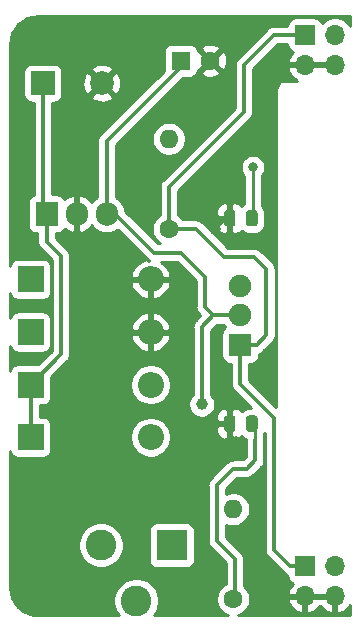
<source format=gtl>
%TF.GenerationSoftware,KiCad,Pcbnew,(5.1.8)-1*%
%TF.CreationDate,2020-12-06T18:17:34-05:00*%
%TF.ProjectId,Breadboar Power Supply v1,42726561-6462-46f6-9172-20506f776572,1.0*%
%TF.SameCoordinates,Original*%
%TF.FileFunction,Copper,L1,Top*%
%TF.FilePolarity,Positive*%
%FSLAX46Y46*%
G04 Gerber Fmt 4.6, Leading zero omitted, Abs format (unit mm)*
G04 Created by KiCad (PCBNEW (5.1.8)-1) date 2020-12-06 18:17:34*
%MOMM*%
%LPD*%
G01*
G04 APERTURE LIST*
%TA.AperFunction,ComponentPad*%
%ADD10R,2.000000X2.000000*%
%TD*%
%TA.AperFunction,ComponentPad*%
%ADD11C,2.000000*%
%TD*%
%TA.AperFunction,ComponentPad*%
%ADD12R,1.600000X1.600000*%
%TD*%
%TA.AperFunction,ComponentPad*%
%ADD13C,1.600000*%
%TD*%
%TA.AperFunction,ComponentPad*%
%ADD14R,2.200000X2.200000*%
%TD*%
%TA.AperFunction,ComponentPad*%
%ADD15O,2.200000X2.200000*%
%TD*%
%TA.AperFunction,ComponentPad*%
%ADD16R,2.600000X2.600000*%
%TD*%
%TA.AperFunction,ComponentPad*%
%ADD17C,2.600000*%
%TD*%
%TA.AperFunction,ComponentPad*%
%ADD18R,1.700000X1.700000*%
%TD*%
%TA.AperFunction,ComponentPad*%
%ADD19O,1.700000X1.700000*%
%TD*%
%TA.AperFunction,ComponentPad*%
%ADD20O,1.600000X1.600000*%
%TD*%
%TA.AperFunction,ComponentPad*%
%ADD21R,1.900000X1.900000*%
%TD*%
%TA.AperFunction,ComponentPad*%
%ADD22C,1.900000*%
%TD*%
%TA.AperFunction,ComponentPad*%
%ADD23R,1.905000X2.000000*%
%TD*%
%TA.AperFunction,ComponentPad*%
%ADD24O,1.905000X2.000000*%
%TD*%
%TA.AperFunction,ViaPad*%
%ADD25C,1.000000*%
%TD*%
%TA.AperFunction,ViaPad*%
%ADD26C,0.800000*%
%TD*%
%TA.AperFunction,Conductor*%
%ADD27C,0.300000*%
%TD*%
%TA.AperFunction,Conductor*%
%ADD28C,0.250000*%
%TD*%
%TA.AperFunction,Conductor*%
%ADD29C,0.254000*%
%TD*%
%TA.AperFunction,Conductor*%
%ADD30C,0.100000*%
%TD*%
G04 APERTURE END LIST*
%TO.P,D6,2*%
%TO.N,Net-(D6-Pad2)*%
%TA.AperFunction,SMDPad,CuDef*%
G36*
G01*
X192601000Y-102183250D02*
X192601000Y-101270750D01*
G75*
G02*
X192844750Y-101027000I243750J0D01*
G01*
X193332250Y-101027000D01*
G75*
G02*
X193576000Y-101270750I0J-243750D01*
G01*
X193576000Y-102183250D01*
G75*
G02*
X193332250Y-102427000I-243750J0D01*
G01*
X192844750Y-102427000D01*
G75*
G02*
X192601000Y-102183250I0J243750D01*
G01*
G37*
%TD.AperFunction*%
%TO.P,D6,1*%
%TO.N,/GND*%
%TA.AperFunction,SMDPad,CuDef*%
G36*
G01*
X190726000Y-102183250D02*
X190726000Y-101270750D01*
G75*
G02*
X190969750Y-101027000I243750J0D01*
G01*
X191457250Y-101027000D01*
G75*
G02*
X191701000Y-101270750I0J-243750D01*
G01*
X191701000Y-102183250D01*
G75*
G02*
X191457250Y-102427000I-243750J0D01*
G01*
X190969750Y-102427000D01*
G75*
G02*
X190726000Y-102183250I0J243750D01*
G01*
G37*
%TD.AperFunction*%
%TD*%
%TO.P,D5,2*%
%TO.N,Net-(D5-Pad2)*%
%TA.AperFunction,SMDPad,CuDef*%
G36*
G01*
X192601000Y-119582250D02*
X192601000Y-118669750D01*
G75*
G02*
X192844750Y-118426000I243750J0D01*
G01*
X193332250Y-118426000D01*
G75*
G02*
X193576000Y-118669750I0J-243750D01*
G01*
X193576000Y-119582250D01*
G75*
G02*
X193332250Y-119826000I-243750J0D01*
G01*
X192844750Y-119826000D01*
G75*
G02*
X192601000Y-119582250I0J243750D01*
G01*
G37*
%TD.AperFunction*%
%TO.P,D5,1*%
%TO.N,/GND*%
%TA.AperFunction,SMDPad,CuDef*%
G36*
G01*
X190726000Y-119582250D02*
X190726000Y-118669750D01*
G75*
G02*
X190969750Y-118426000I243750J0D01*
G01*
X191457250Y-118426000D01*
G75*
G02*
X191701000Y-118669750I0J-243750D01*
G01*
X191701000Y-119582250D01*
G75*
G02*
X191457250Y-119826000I-243750J0D01*
G01*
X190969750Y-119826000D01*
G75*
G02*
X190726000Y-119582250I0J243750D01*
G01*
G37*
%TD.AperFunction*%
%TD*%
D10*
%TO.P,C1,1*%
%TO.N,/Vin*%
X175387000Y-90297000D03*
D11*
%TO.P,C1,2*%
%TO.N,/GND*%
X180387000Y-90297000D03*
%TD*%
D12*
%TO.P,C2,1*%
%TO.N,/Vout1*%
X187071000Y-88392000D03*
D13*
%TO.P,C2,2*%
%TO.N,/GND*%
X189571000Y-88392000D03*
%TD*%
D14*
%TO.P,D1,1*%
%TO.N,/Vin*%
X174349001Y-115815333D03*
D15*
%TO.P,D1,2*%
%TO.N,Net-(D1-Pad2)*%
X184509001Y-115815333D03*
%TD*%
%TO.P,D2,2*%
%TO.N,/GND*%
X184509001Y-106908001D03*
D14*
%TO.P,D2,1*%
%TO.N,Net-(D1-Pad2)*%
X174349001Y-106908001D03*
%TD*%
D15*
%TO.P,D3,2*%
%TO.N,Net-(D3-Pad2)*%
X184509001Y-120269000D03*
D14*
%TO.P,D3,1*%
%TO.N,/Vin*%
X174349001Y-120269000D03*
%TD*%
%TO.P,D4,1*%
%TO.N,Net-(D3-Pad2)*%
X174349001Y-111361667D03*
D15*
%TO.P,D4,2*%
%TO.N,/GND*%
X184509001Y-111361667D03*
%TD*%
D16*
%TO.P,J1,1*%
%TO.N,Net-(D1-Pad2)*%
X186309000Y-129413000D03*
D17*
%TO.P,J1,2*%
%TO.N,Net-(D3-Pad2)*%
X180309000Y-129413000D03*
%TO.P,J1,3*%
%TO.N,Net-(J1-Pad3)*%
X183309000Y-134113000D03*
%TD*%
D18*
%TO.P,J2,1*%
%TO.N,/Vout2*%
X197585000Y-86213000D03*
D19*
%TO.P,J2,2*%
X200125000Y-86213000D03*
%TO.P,J2,3*%
%TO.N,/GND*%
X197585000Y-88753000D03*
%TO.P,J2,4*%
X200125000Y-88753000D03*
%TD*%
%TO.P,J3,4*%
%TO.N,/GND*%
X200125000Y-133747000D03*
%TO.P,J3,3*%
X197585000Y-133747000D03*
%TO.P,J3,2*%
%TO.N,/Vout2*%
X200125000Y-131207000D03*
D18*
%TO.P,J3,1*%
X197585000Y-131207000D03*
%TD*%
D20*
%TO.P,R1,2*%
%TO.N,/Vout1*%
X191516000Y-126365000D03*
D13*
%TO.P,R1,1*%
%TO.N,Net-(D5-Pad2)*%
X191516000Y-133985000D03*
%TD*%
%TO.P,R2,1*%
%TO.N,/Vout2*%
X186055000Y-102616000D03*
D20*
%TO.P,R2,2*%
%TO.N,Net-(D6-Pad2)*%
X186055000Y-94996000D03*
%TD*%
D21*
%TO.P,SW1,1*%
%TO.N,/Vout2*%
X192102000Y-112454000D03*
D22*
%TO.P,SW1,2*%
%TO.N,/Vout1*%
X192102000Y-109954000D03*
%TO.P,SW1,3*%
%TO.N,Net-(SW1-Pad3)*%
X192102000Y-107454000D03*
%TD*%
D23*
%TO.P,U1,1*%
%TO.N,/Vin*%
X175709001Y-101346000D03*
D24*
%TO.P,U1,2*%
%TO.N,/GND*%
X178249001Y-101346000D03*
%TO.P,U1,3*%
%TO.N,/Vout1*%
X180789001Y-101346000D03*
%TD*%
D25*
%TO.N,/GND*%
X189992000Y-102616000D03*
X191770000Y-120650000D03*
%TO.N,/Vout1*%
X188849000Y-117475000D03*
D26*
%TO.N,Net-(D6-Pad2)*%
X193167000Y-97409000D03*
%TD*%
D27*
%TO.N,/Vin*%
X175387000Y-101023999D02*
X175709001Y-101346000D01*
X175387000Y-90297000D02*
X175387000Y-101023999D01*
X175709001Y-101346000D02*
X175709001Y-103700001D01*
X175709001Y-103700001D02*
X176911000Y-104902000D01*
X176911000Y-113253334D02*
X174349001Y-115815333D01*
X176911000Y-104902000D02*
X176911000Y-113253334D01*
X174349001Y-115815333D02*
X174349001Y-120269000D01*
%TO.N,/GND*%
X191213500Y-101727000D02*
X190881000Y-101727000D01*
X190881000Y-101727000D02*
X189992000Y-102616000D01*
X191213500Y-119126000D02*
X191213500Y-120093500D01*
X191213500Y-120093500D02*
X191770000Y-120650000D01*
%TO.N,/Vout1*%
X180789001Y-101346000D02*
X181483000Y-101346000D01*
X181483000Y-101346000D02*
X184785000Y-104648000D01*
X184785000Y-104648000D02*
X187071000Y-104648000D01*
X187071000Y-104648000D02*
X189103000Y-106680000D01*
X189103000Y-106680000D02*
X189103000Y-109220000D01*
X189103000Y-109220000D02*
X189837000Y-109954000D01*
X180789001Y-101346000D02*
X180789001Y-95181999D01*
X187071000Y-88900000D02*
X187071000Y-88392000D01*
X180789001Y-95181999D02*
X187071000Y-88900000D01*
X188849000Y-110942000D02*
X189837000Y-109954000D01*
X188849000Y-117475000D02*
X188849000Y-110942000D01*
X189837000Y-109954000D02*
X192102000Y-109954000D01*
%TO.N,Net-(D5-Pad2)*%
X193367000Y-122228000D02*
X193367000Y-120523000D01*
X192659000Y-122936000D02*
X193367000Y-122228000D01*
X191516000Y-122936000D02*
X192659000Y-122936000D01*
X190119000Y-124333000D02*
X191516000Y-122936000D01*
X190119000Y-129032000D02*
X190119000Y-124333000D01*
X191643000Y-130556000D02*
X190119000Y-129032000D01*
X191643000Y-133985000D02*
X191643000Y-130556000D01*
D28*
X193367000Y-119404500D02*
X193088500Y-119126000D01*
X193367000Y-120523000D02*
X193367000Y-119404500D01*
%TO.N,Net-(D6-Pad2)*%
X193167000Y-101648500D02*
X193088500Y-101727000D01*
X193167000Y-97409000D02*
X193167000Y-101648500D01*
D27*
%TO.N,/Vout2*%
X192102000Y-112454000D02*
X192102000Y-115775000D01*
X192102000Y-115775000D02*
X194945000Y-118618000D01*
X197585000Y-131207000D02*
X196358000Y-131207000D01*
X194945000Y-129794000D02*
X194945000Y-118618000D01*
X196358000Y-131207000D02*
X194945000Y-129794000D01*
X197585000Y-86213000D02*
X194965000Y-86213000D01*
X194965000Y-86213000D02*
X192405000Y-88773000D01*
X192405000Y-88773000D02*
X192405000Y-92710000D01*
X186055000Y-99060000D02*
X186055000Y-102616000D01*
X192405000Y-92710000D02*
X186055000Y-99060000D01*
X186055000Y-102616000D02*
X188341000Y-102616000D01*
X188341000Y-102616000D02*
X190754000Y-105029000D01*
X193489000Y-112454000D02*
X192102000Y-112454000D01*
X194310000Y-111633000D02*
X193489000Y-112454000D01*
X194310000Y-106045000D02*
X194310000Y-111633000D01*
X190754000Y-105029000D02*
X193294000Y-105029000D01*
X193294000Y-105029000D02*
X194310000Y-106045000D01*
%TD*%
D29*
%TO.N,/GND*%
X194160000Y-129755447D02*
X194156203Y-129794000D01*
X194160000Y-129832553D01*
X194160000Y-129832560D01*
X194171359Y-129947886D01*
X194216246Y-130095859D01*
X194289138Y-130232232D01*
X194387236Y-130351764D01*
X194417190Y-130376347D01*
X195775653Y-131734810D01*
X195800236Y-131764764D01*
X195919767Y-131862862D01*
X196056140Y-131935754D01*
X196096928Y-131948127D01*
X196096928Y-132057000D01*
X196109188Y-132181482D01*
X196145498Y-132301180D01*
X196204463Y-132411494D01*
X196283815Y-132508185D01*
X196380506Y-132587537D01*
X196490820Y-132646502D01*
X196571466Y-132670966D01*
X196487412Y-132746731D01*
X196313359Y-132980080D01*
X196188175Y-133242901D01*
X196143524Y-133390110D01*
X196264845Y-133620000D01*
X197458000Y-133620000D01*
X197458000Y-133600000D01*
X197712000Y-133600000D01*
X197712000Y-133620000D01*
X199998000Y-133620000D01*
X199998000Y-133600000D01*
X200252000Y-133600000D01*
X200252000Y-133620000D01*
X200272000Y-133620000D01*
X200272000Y-133874000D01*
X200252000Y-133874000D01*
X200252000Y-135067814D01*
X200481891Y-135188481D01*
X200756252Y-135091157D01*
X201006355Y-134942178D01*
X201222588Y-134747269D01*
X201396641Y-134513920D01*
X201397000Y-134513166D01*
X201397000Y-135357000D01*
X191953533Y-135357000D01*
X192195727Y-135256680D01*
X192430759Y-135099637D01*
X192630637Y-134899759D01*
X192787680Y-134664727D01*
X192895853Y-134403574D01*
X192951000Y-134126335D01*
X192951000Y-134103890D01*
X196143524Y-134103890D01*
X196188175Y-134251099D01*
X196313359Y-134513920D01*
X196487412Y-134747269D01*
X196703645Y-134942178D01*
X196953748Y-135091157D01*
X197228109Y-135188481D01*
X197458000Y-135067814D01*
X197458000Y-133874000D01*
X197712000Y-133874000D01*
X197712000Y-135067814D01*
X197941891Y-135188481D01*
X198216252Y-135091157D01*
X198466355Y-134942178D01*
X198682588Y-134747269D01*
X198855000Y-134516120D01*
X199027412Y-134747269D01*
X199243645Y-134942178D01*
X199493748Y-135091157D01*
X199768109Y-135188481D01*
X199998000Y-135067814D01*
X199998000Y-133874000D01*
X197712000Y-133874000D01*
X197458000Y-133874000D01*
X196264845Y-133874000D01*
X196143524Y-134103890D01*
X192951000Y-134103890D01*
X192951000Y-133843665D01*
X192895853Y-133566426D01*
X192787680Y-133305273D01*
X192630637Y-133070241D01*
X192430759Y-132870363D01*
X192428000Y-132868519D01*
X192428000Y-130594552D01*
X192431797Y-130555999D01*
X192428000Y-130517446D01*
X192428000Y-130517439D01*
X192416641Y-130402113D01*
X192371754Y-130254140D01*
X192298862Y-130117767D01*
X192200764Y-129998236D01*
X192170816Y-129973658D01*
X190904000Y-128706843D01*
X190904000Y-127664733D01*
X191097426Y-127744853D01*
X191374665Y-127800000D01*
X191657335Y-127800000D01*
X191934574Y-127744853D01*
X192195727Y-127636680D01*
X192430759Y-127479637D01*
X192630637Y-127279759D01*
X192787680Y-127044727D01*
X192895853Y-126783574D01*
X192951000Y-126506335D01*
X192951000Y-126223665D01*
X192895853Y-125946426D01*
X192787680Y-125685273D01*
X192630637Y-125450241D01*
X192430759Y-125250363D01*
X192195727Y-125093320D01*
X191934574Y-124985147D01*
X191657335Y-124930000D01*
X191374665Y-124930000D01*
X191097426Y-124985147D01*
X190904000Y-125065267D01*
X190904000Y-124658157D01*
X191841158Y-123721000D01*
X192620447Y-123721000D01*
X192659000Y-123724797D01*
X192697553Y-123721000D01*
X192697561Y-123721000D01*
X192812887Y-123709641D01*
X192960860Y-123664754D01*
X193097233Y-123591862D01*
X193216764Y-123493764D01*
X193241347Y-123463811D01*
X193894816Y-122810341D01*
X193924764Y-122785764D01*
X194022862Y-122666233D01*
X194095754Y-122529860D01*
X194140641Y-122381887D01*
X194152000Y-122266561D01*
X194152000Y-122266554D01*
X194155797Y-122228001D01*
X194152000Y-122189448D01*
X194152000Y-120484439D01*
X194140641Y-120369113D01*
X194127000Y-120324145D01*
X194127000Y-119957027D01*
X194146947Y-119919709D01*
X194160001Y-119876676D01*
X194160000Y-129755447D01*
%TA.AperFunction,Conductor*%
D30*
G36*
X194160000Y-129755447D02*
G01*
X194156203Y-129794000D01*
X194160000Y-129832553D01*
X194160000Y-129832560D01*
X194171359Y-129947886D01*
X194216246Y-130095859D01*
X194289138Y-130232232D01*
X194387236Y-130351764D01*
X194417190Y-130376347D01*
X195775653Y-131734810D01*
X195800236Y-131764764D01*
X195919767Y-131862862D01*
X196056140Y-131935754D01*
X196096928Y-131948127D01*
X196096928Y-132057000D01*
X196109188Y-132181482D01*
X196145498Y-132301180D01*
X196204463Y-132411494D01*
X196283815Y-132508185D01*
X196380506Y-132587537D01*
X196490820Y-132646502D01*
X196571466Y-132670966D01*
X196487412Y-132746731D01*
X196313359Y-132980080D01*
X196188175Y-133242901D01*
X196143524Y-133390110D01*
X196264845Y-133620000D01*
X197458000Y-133620000D01*
X197458000Y-133600000D01*
X197712000Y-133600000D01*
X197712000Y-133620000D01*
X199998000Y-133620000D01*
X199998000Y-133600000D01*
X200252000Y-133600000D01*
X200252000Y-133620000D01*
X200272000Y-133620000D01*
X200272000Y-133874000D01*
X200252000Y-133874000D01*
X200252000Y-135067814D01*
X200481891Y-135188481D01*
X200756252Y-135091157D01*
X201006355Y-134942178D01*
X201222588Y-134747269D01*
X201396641Y-134513920D01*
X201397000Y-134513166D01*
X201397000Y-135357000D01*
X191953533Y-135357000D01*
X192195727Y-135256680D01*
X192430759Y-135099637D01*
X192630637Y-134899759D01*
X192787680Y-134664727D01*
X192895853Y-134403574D01*
X192951000Y-134126335D01*
X192951000Y-134103890D01*
X196143524Y-134103890D01*
X196188175Y-134251099D01*
X196313359Y-134513920D01*
X196487412Y-134747269D01*
X196703645Y-134942178D01*
X196953748Y-135091157D01*
X197228109Y-135188481D01*
X197458000Y-135067814D01*
X197458000Y-133874000D01*
X197712000Y-133874000D01*
X197712000Y-135067814D01*
X197941891Y-135188481D01*
X198216252Y-135091157D01*
X198466355Y-134942178D01*
X198682588Y-134747269D01*
X198855000Y-134516120D01*
X199027412Y-134747269D01*
X199243645Y-134942178D01*
X199493748Y-135091157D01*
X199768109Y-135188481D01*
X199998000Y-135067814D01*
X199998000Y-133874000D01*
X197712000Y-133874000D01*
X197458000Y-133874000D01*
X196264845Y-133874000D01*
X196143524Y-134103890D01*
X192951000Y-134103890D01*
X192951000Y-133843665D01*
X192895853Y-133566426D01*
X192787680Y-133305273D01*
X192630637Y-133070241D01*
X192430759Y-132870363D01*
X192428000Y-132868519D01*
X192428000Y-130594552D01*
X192431797Y-130555999D01*
X192428000Y-130517446D01*
X192428000Y-130517439D01*
X192416641Y-130402113D01*
X192371754Y-130254140D01*
X192298862Y-130117767D01*
X192200764Y-129998236D01*
X192170816Y-129973658D01*
X190904000Y-128706843D01*
X190904000Y-127664733D01*
X191097426Y-127744853D01*
X191374665Y-127800000D01*
X191657335Y-127800000D01*
X191934574Y-127744853D01*
X192195727Y-127636680D01*
X192430759Y-127479637D01*
X192630637Y-127279759D01*
X192787680Y-127044727D01*
X192895853Y-126783574D01*
X192951000Y-126506335D01*
X192951000Y-126223665D01*
X192895853Y-125946426D01*
X192787680Y-125685273D01*
X192630637Y-125450241D01*
X192430759Y-125250363D01*
X192195727Y-125093320D01*
X191934574Y-124985147D01*
X191657335Y-124930000D01*
X191374665Y-124930000D01*
X191097426Y-124985147D01*
X190904000Y-125065267D01*
X190904000Y-124658157D01*
X191841158Y-123721000D01*
X192620447Y-123721000D01*
X192659000Y-123724797D01*
X192697553Y-123721000D01*
X192697561Y-123721000D01*
X192812887Y-123709641D01*
X192960860Y-123664754D01*
X193097233Y-123591862D01*
X193216764Y-123493764D01*
X193241347Y-123463811D01*
X193894816Y-122810341D01*
X193924764Y-122785764D01*
X194022862Y-122666233D01*
X194095754Y-122529860D01*
X194140641Y-122381887D01*
X194152000Y-122266561D01*
X194152000Y-122266554D01*
X194155797Y-122228001D01*
X194152000Y-122189448D01*
X194152000Y-120484439D01*
X194140641Y-120369113D01*
X194127000Y-120324145D01*
X194127000Y-119957027D01*
X194146947Y-119919709D01*
X194160001Y-119876676D01*
X194160000Y-129755447D01*
G37*
%TD.AperFunction*%
D29*
X201397001Y-85443754D02*
X201278475Y-85266368D01*
X201071632Y-85059525D01*
X200828411Y-84897010D01*
X200558158Y-84785068D01*
X200271260Y-84728000D01*
X199978740Y-84728000D01*
X199691842Y-84785068D01*
X199421589Y-84897010D01*
X199178368Y-85059525D01*
X199046513Y-85191380D01*
X199024502Y-85118820D01*
X198965537Y-85008506D01*
X198886185Y-84911815D01*
X198789494Y-84832463D01*
X198679180Y-84773498D01*
X198559482Y-84737188D01*
X198435000Y-84724928D01*
X196735000Y-84724928D01*
X196610518Y-84737188D01*
X196490820Y-84773498D01*
X196380506Y-84832463D01*
X196283815Y-84911815D01*
X196204463Y-85008506D01*
X196145498Y-85118820D01*
X196109188Y-85238518D01*
X196096928Y-85363000D01*
X196096928Y-85428000D01*
X195003556Y-85428000D01*
X194965000Y-85424203D01*
X194926444Y-85428000D01*
X194926439Y-85428000D01*
X194886026Y-85431980D01*
X194811113Y-85439358D01*
X194675746Y-85480422D01*
X194663140Y-85484246D01*
X194526767Y-85557138D01*
X194407236Y-85655236D01*
X194382653Y-85685190D01*
X191877190Y-88190653D01*
X191847236Y-88215236D01*
X191749138Y-88334768D01*
X191676246Y-88471141D01*
X191631359Y-88619114D01*
X191620000Y-88734440D01*
X191620000Y-88734447D01*
X191616203Y-88773000D01*
X191620000Y-88811553D01*
X191620001Y-92384841D01*
X185527190Y-98477653D01*
X185497236Y-98502236D01*
X185399138Y-98621768D01*
X185326246Y-98758141D01*
X185281359Y-98906114D01*
X185270000Y-99021440D01*
X185270000Y-99021447D01*
X185266203Y-99060000D01*
X185270000Y-99098553D01*
X185270001Y-101414661D01*
X185140241Y-101501363D01*
X184940363Y-101701241D01*
X184783320Y-101936273D01*
X184675147Y-102197426D01*
X184620000Y-102474665D01*
X184620000Y-102757335D01*
X184675147Y-103034574D01*
X184783320Y-103295727D01*
X184940363Y-103530759D01*
X185140241Y-103730637D01*
X185338337Y-103863000D01*
X185110158Y-103863000D01*
X182366540Y-101119383D01*
X182353531Y-100987296D01*
X182262756Y-100688051D01*
X182115346Y-100412265D01*
X181916964Y-100170537D01*
X181675235Y-99972155D01*
X181574001Y-99918045D01*
X181574001Y-95507156D01*
X182226492Y-94854665D01*
X184620000Y-94854665D01*
X184620000Y-95137335D01*
X184675147Y-95414574D01*
X184783320Y-95675727D01*
X184940363Y-95910759D01*
X185140241Y-96110637D01*
X185375273Y-96267680D01*
X185636426Y-96375853D01*
X185913665Y-96431000D01*
X186196335Y-96431000D01*
X186473574Y-96375853D01*
X186734727Y-96267680D01*
X186969759Y-96110637D01*
X187169637Y-95910759D01*
X187326680Y-95675727D01*
X187434853Y-95414574D01*
X187490000Y-95137335D01*
X187490000Y-94854665D01*
X187434853Y-94577426D01*
X187326680Y-94316273D01*
X187169637Y-94081241D01*
X186969759Y-93881363D01*
X186734727Y-93724320D01*
X186473574Y-93616147D01*
X186196335Y-93561000D01*
X185913665Y-93561000D01*
X185636426Y-93616147D01*
X185375273Y-93724320D01*
X185140241Y-93881363D01*
X184940363Y-94081241D01*
X184783320Y-94316273D01*
X184675147Y-94577426D01*
X184620000Y-94854665D01*
X182226492Y-94854665D01*
X187251086Y-89830072D01*
X187871000Y-89830072D01*
X187995482Y-89817812D01*
X188115180Y-89781502D01*
X188225494Y-89722537D01*
X188322185Y-89643185D01*
X188401537Y-89546494D01*
X188460502Y-89436180D01*
X188476117Y-89384702D01*
X188757903Y-89384702D01*
X188829486Y-89628671D01*
X189084996Y-89749571D01*
X189359184Y-89818300D01*
X189641512Y-89832217D01*
X189921130Y-89790787D01*
X190187292Y-89695603D01*
X190312514Y-89628671D01*
X190384097Y-89384702D01*
X189571000Y-88571605D01*
X188757903Y-89384702D01*
X188476117Y-89384702D01*
X188496812Y-89316482D01*
X188509072Y-89192000D01*
X188509072Y-89184785D01*
X188578298Y-89205097D01*
X189391395Y-88392000D01*
X189750605Y-88392000D01*
X190563702Y-89205097D01*
X190807671Y-89133514D01*
X190928571Y-88878004D01*
X190997300Y-88603816D01*
X191011217Y-88321488D01*
X190969787Y-88041870D01*
X190874603Y-87775708D01*
X190807671Y-87650486D01*
X190563702Y-87578903D01*
X189750605Y-88392000D01*
X189391395Y-88392000D01*
X188578298Y-87578903D01*
X188509072Y-87599215D01*
X188509072Y-87592000D01*
X188496812Y-87467518D01*
X188476118Y-87399298D01*
X188757903Y-87399298D01*
X189571000Y-88212395D01*
X190384097Y-87399298D01*
X190312514Y-87155329D01*
X190057004Y-87034429D01*
X189782816Y-86965700D01*
X189500488Y-86951783D01*
X189220870Y-86993213D01*
X188954708Y-87088397D01*
X188829486Y-87155329D01*
X188757903Y-87399298D01*
X188476118Y-87399298D01*
X188460502Y-87347820D01*
X188401537Y-87237506D01*
X188322185Y-87140815D01*
X188225494Y-87061463D01*
X188115180Y-87002498D01*
X187995482Y-86966188D01*
X187871000Y-86953928D01*
X186271000Y-86953928D01*
X186146518Y-86966188D01*
X186026820Y-87002498D01*
X185916506Y-87061463D01*
X185819815Y-87140815D01*
X185740463Y-87237506D01*
X185681498Y-87347820D01*
X185645188Y-87467518D01*
X185632928Y-87592000D01*
X185632928Y-89192000D01*
X185636148Y-89224694D01*
X180261186Y-94599657D01*
X180231238Y-94624235D01*
X180206660Y-94654183D01*
X180206656Y-94654187D01*
X180173691Y-94694355D01*
X180133140Y-94743766D01*
X180094178Y-94816659D01*
X180060247Y-94880140D01*
X180015360Y-95028113D01*
X180000204Y-95181999D01*
X180004002Y-95220562D01*
X180004001Y-99918044D01*
X179902766Y-99972155D01*
X179661038Y-100170537D01*
X179513839Y-100349900D01*
X179358438Y-100164685D01*
X179115924Y-99970031D01*
X178840095Y-99826429D01*
X178621981Y-99755437D01*
X178376001Y-99875406D01*
X178376001Y-101219000D01*
X178396001Y-101219000D01*
X178396001Y-101473000D01*
X178376001Y-101473000D01*
X178376001Y-102816594D01*
X178621981Y-102936563D01*
X178840095Y-102865571D01*
X179115924Y-102721969D01*
X179358438Y-102527315D01*
X179513838Y-102342101D01*
X179661038Y-102521463D01*
X179902767Y-102719845D01*
X180178553Y-102867255D01*
X180477798Y-102958030D01*
X180789001Y-102988681D01*
X181100205Y-102958030D01*
X181399450Y-102867255D01*
X181675236Y-102719845D01*
X181714480Y-102687638D01*
X184202658Y-105175816D01*
X184227236Y-105205764D01*
X184257184Y-105230342D01*
X184257187Y-105230345D01*
X184286559Y-105254450D01*
X184346767Y-105303862D01*
X184381999Y-105322694D01*
X184381999Y-105336400D01*
X184112878Y-105218822D01*
X183790947Y-105328559D01*
X183496610Y-105498993D01*
X183241179Y-105723574D01*
X183034470Y-105993672D01*
X182884426Y-106298907D01*
X182819826Y-106511879D01*
X182937876Y-106781001D01*
X184382001Y-106781001D01*
X184382001Y-106761001D01*
X184636001Y-106761001D01*
X184636001Y-106781001D01*
X186080126Y-106781001D01*
X186198176Y-106511879D01*
X186133576Y-106298907D01*
X185983532Y-105993672D01*
X185776823Y-105723574D01*
X185521392Y-105498993D01*
X185407423Y-105433000D01*
X186745843Y-105433000D01*
X188318000Y-107005158D01*
X188318001Y-109181437D01*
X188314203Y-109220000D01*
X188329359Y-109373886D01*
X188374246Y-109521859D01*
X188374247Y-109521860D01*
X188447139Y-109658233D01*
X188487690Y-109707644D01*
X188520655Y-109747812D01*
X188520659Y-109747816D01*
X188545237Y-109777764D01*
X188575185Y-109802342D01*
X188726843Y-109954000D01*
X188321185Y-110359658D01*
X188291237Y-110384236D01*
X188266659Y-110414184D01*
X188266655Y-110414188D01*
X188264900Y-110416327D01*
X188193139Y-110503767D01*
X188188865Y-110511764D01*
X188120246Y-110640141D01*
X188075359Y-110788114D01*
X188060203Y-110942000D01*
X188064001Y-110980563D01*
X188064000Y-116654868D01*
X187967388Y-116751480D01*
X187843176Y-116937376D01*
X187757617Y-117143933D01*
X187714000Y-117363212D01*
X187714000Y-117586788D01*
X187757617Y-117806067D01*
X187843176Y-118012624D01*
X187967388Y-118198520D01*
X188125480Y-118356612D01*
X188311376Y-118480824D01*
X188517933Y-118566383D01*
X188737212Y-118610000D01*
X188960788Y-118610000D01*
X189180067Y-118566383D01*
X189386624Y-118480824D01*
X189468673Y-118426000D01*
X190087928Y-118426000D01*
X190091000Y-118840250D01*
X190249750Y-118999000D01*
X191086500Y-118999000D01*
X191086500Y-117949750D01*
X190927750Y-117791000D01*
X190726000Y-117787928D01*
X190601518Y-117800188D01*
X190481820Y-117836498D01*
X190371506Y-117895463D01*
X190274815Y-117974815D01*
X190195463Y-118071506D01*
X190136498Y-118181820D01*
X190100188Y-118301518D01*
X190087928Y-118426000D01*
X189468673Y-118426000D01*
X189572520Y-118356612D01*
X189730612Y-118198520D01*
X189854824Y-118012624D01*
X189940383Y-117806067D01*
X189984000Y-117586788D01*
X189984000Y-117363212D01*
X189940383Y-117143933D01*
X189854824Y-116937376D01*
X189730612Y-116751480D01*
X189634000Y-116654868D01*
X189634000Y-111267157D01*
X190162158Y-110739000D01*
X190720257Y-110739000D01*
X190856021Y-110942186D01*
X190797506Y-110973463D01*
X190700815Y-111052815D01*
X190621463Y-111149506D01*
X190562498Y-111259820D01*
X190526188Y-111379518D01*
X190513928Y-111504000D01*
X190513928Y-113404000D01*
X190526188Y-113528482D01*
X190562498Y-113648180D01*
X190621463Y-113758494D01*
X190700815Y-113855185D01*
X190797506Y-113934537D01*
X190907820Y-113993502D01*
X191027518Y-114029812D01*
X191152000Y-114042072D01*
X191317000Y-114042072D01*
X191317001Y-115736437D01*
X191313203Y-115775000D01*
X191328359Y-115928886D01*
X191373246Y-116076859D01*
X191407177Y-116140340D01*
X191446139Y-116213233D01*
X191479239Y-116253565D01*
X191519655Y-116302812D01*
X191519659Y-116302816D01*
X191544237Y-116332764D01*
X191574185Y-116357342D01*
X193004770Y-117787928D01*
X192844750Y-117787928D01*
X192672715Y-117804872D01*
X192507291Y-117855053D01*
X192354836Y-117936542D01*
X192221208Y-118046208D01*
X192215992Y-118052564D01*
X192152185Y-117974815D01*
X192055494Y-117895463D01*
X191945180Y-117836498D01*
X191825482Y-117800188D01*
X191701000Y-117787928D01*
X191499250Y-117791000D01*
X191340500Y-117949750D01*
X191340500Y-118999000D01*
X191360500Y-118999000D01*
X191360500Y-119253000D01*
X191340500Y-119253000D01*
X191340500Y-120302250D01*
X191499250Y-120461000D01*
X191701000Y-120464072D01*
X191825482Y-120451812D01*
X191945180Y-120415502D01*
X192055494Y-120356537D01*
X192152185Y-120277185D01*
X192215992Y-120199436D01*
X192221208Y-120205792D01*
X192354836Y-120315458D01*
X192507291Y-120396947D01*
X192588201Y-120421491D01*
X192582001Y-120484439D01*
X192582000Y-121902842D01*
X192333843Y-122151000D01*
X191554552Y-122151000D01*
X191515999Y-122147203D01*
X191477446Y-122151000D01*
X191477439Y-122151000D01*
X191376490Y-122160943D01*
X191362112Y-122162359D01*
X191327672Y-122172806D01*
X191214140Y-122207246D01*
X191077767Y-122280138D01*
X191017559Y-122329550D01*
X190988187Y-122353655D01*
X190988184Y-122353658D01*
X190958236Y-122378236D01*
X190933658Y-122408184D01*
X189591185Y-123750658D01*
X189561237Y-123775236D01*
X189536659Y-123805184D01*
X189536655Y-123805188D01*
X189503690Y-123845356D01*
X189463139Y-123894767D01*
X189424177Y-123967660D01*
X189390246Y-124031141D01*
X189345359Y-124179114D01*
X189330203Y-124333000D01*
X189334001Y-124371563D01*
X189334000Y-128993447D01*
X189330203Y-129032000D01*
X189334000Y-129070553D01*
X189334000Y-129070560D01*
X189345359Y-129185886D01*
X189390246Y-129333859D01*
X189463138Y-129470232D01*
X189561236Y-129589764D01*
X189591190Y-129614347D01*
X190858001Y-130881159D01*
X190858000Y-132704320D01*
X190836273Y-132713320D01*
X190601241Y-132870363D01*
X190401363Y-133070241D01*
X190244320Y-133305273D01*
X190136147Y-133566426D01*
X190081000Y-133843665D01*
X190081000Y-134126335D01*
X190136147Y-134403574D01*
X190244320Y-134664727D01*
X190401363Y-134899759D01*
X190601241Y-135099637D01*
X190836273Y-135256680D01*
X191078467Y-135357000D01*
X184801504Y-135357000D01*
X184812013Y-135346491D01*
X185023775Y-135029566D01*
X185169639Y-134677419D01*
X185244000Y-134303581D01*
X185244000Y-133922419D01*
X185169639Y-133548581D01*
X185023775Y-133196434D01*
X184812013Y-132879509D01*
X184542491Y-132609987D01*
X184225566Y-132398225D01*
X183873419Y-132252361D01*
X183499581Y-132178000D01*
X183118419Y-132178000D01*
X182744581Y-132252361D01*
X182392434Y-132398225D01*
X182075509Y-132609987D01*
X181805987Y-132879509D01*
X181594225Y-133196434D01*
X181448361Y-133548581D01*
X181374000Y-133922419D01*
X181374000Y-134303581D01*
X181448361Y-134677419D01*
X181594225Y-135029566D01*
X181805987Y-135346491D01*
X181816496Y-135357000D01*
X175038279Y-135357000D01*
X174542784Y-135308416D01*
X174097210Y-135173890D01*
X173686255Y-134955382D01*
X173325564Y-134661209D01*
X173028881Y-134302581D01*
X172807509Y-133893162D01*
X172669874Y-133448535D01*
X172618000Y-132954990D01*
X172618000Y-129222419D01*
X178374000Y-129222419D01*
X178374000Y-129603581D01*
X178448361Y-129977419D01*
X178594225Y-130329566D01*
X178805987Y-130646491D01*
X179075509Y-130916013D01*
X179392434Y-131127775D01*
X179744581Y-131273639D01*
X180118419Y-131348000D01*
X180499581Y-131348000D01*
X180873419Y-131273639D01*
X181225566Y-131127775D01*
X181542491Y-130916013D01*
X181812013Y-130646491D01*
X182023775Y-130329566D01*
X182169639Y-129977419D01*
X182244000Y-129603581D01*
X182244000Y-129222419D01*
X182169639Y-128848581D01*
X182023775Y-128496434D01*
X181812013Y-128179509D01*
X181745504Y-128113000D01*
X184370928Y-128113000D01*
X184370928Y-130713000D01*
X184383188Y-130837482D01*
X184419498Y-130957180D01*
X184478463Y-131067494D01*
X184557815Y-131164185D01*
X184654506Y-131243537D01*
X184764820Y-131302502D01*
X184884518Y-131338812D01*
X185009000Y-131351072D01*
X187609000Y-131351072D01*
X187733482Y-131338812D01*
X187853180Y-131302502D01*
X187963494Y-131243537D01*
X188060185Y-131164185D01*
X188139537Y-131067494D01*
X188198502Y-130957180D01*
X188234812Y-130837482D01*
X188247072Y-130713000D01*
X188247072Y-128113000D01*
X188234812Y-127988518D01*
X188198502Y-127868820D01*
X188139537Y-127758506D01*
X188060185Y-127661815D01*
X187963494Y-127582463D01*
X187853180Y-127523498D01*
X187733482Y-127487188D01*
X187609000Y-127474928D01*
X185009000Y-127474928D01*
X184884518Y-127487188D01*
X184764820Y-127523498D01*
X184654506Y-127582463D01*
X184557815Y-127661815D01*
X184478463Y-127758506D01*
X184419498Y-127868820D01*
X184383188Y-127988518D01*
X184370928Y-128113000D01*
X181745504Y-128113000D01*
X181542491Y-127909987D01*
X181225566Y-127698225D01*
X180873419Y-127552361D01*
X180499581Y-127478000D01*
X180118419Y-127478000D01*
X179744581Y-127552361D01*
X179392434Y-127698225D01*
X179075509Y-127909987D01*
X178805987Y-128179509D01*
X178594225Y-128496434D01*
X178448361Y-128848581D01*
X178374000Y-129222419D01*
X172618000Y-129222419D01*
X172618000Y-121440795D01*
X172623189Y-121493482D01*
X172659499Y-121613180D01*
X172718464Y-121723494D01*
X172797816Y-121820185D01*
X172894507Y-121899537D01*
X173004821Y-121958502D01*
X173124519Y-121994812D01*
X173249001Y-122007072D01*
X175449001Y-122007072D01*
X175573483Y-121994812D01*
X175693181Y-121958502D01*
X175803495Y-121899537D01*
X175900186Y-121820185D01*
X175979538Y-121723494D01*
X176038503Y-121613180D01*
X176074813Y-121493482D01*
X176087073Y-121369000D01*
X176087073Y-120098117D01*
X182774001Y-120098117D01*
X182774001Y-120439883D01*
X182840676Y-120775081D01*
X182971464Y-121090831D01*
X183161338Y-121374998D01*
X183403003Y-121616663D01*
X183687170Y-121806537D01*
X184002920Y-121937325D01*
X184338118Y-122004000D01*
X184679884Y-122004000D01*
X185015082Y-121937325D01*
X185330832Y-121806537D01*
X185614999Y-121616663D01*
X185856664Y-121374998D01*
X186046538Y-121090831D01*
X186177326Y-120775081D01*
X186244001Y-120439883D01*
X186244001Y-120098117D01*
X186189874Y-119826000D01*
X190087928Y-119826000D01*
X190100188Y-119950482D01*
X190136498Y-120070180D01*
X190195463Y-120180494D01*
X190274815Y-120277185D01*
X190371506Y-120356537D01*
X190481820Y-120415502D01*
X190601518Y-120451812D01*
X190726000Y-120464072D01*
X190927750Y-120461000D01*
X191086500Y-120302250D01*
X191086500Y-119253000D01*
X190249750Y-119253000D01*
X190091000Y-119411750D01*
X190087928Y-119826000D01*
X186189874Y-119826000D01*
X186177326Y-119762919D01*
X186046538Y-119447169D01*
X185856664Y-119163002D01*
X185614999Y-118921337D01*
X185330832Y-118731463D01*
X185015082Y-118600675D01*
X184679884Y-118534000D01*
X184338118Y-118534000D01*
X184002920Y-118600675D01*
X183687170Y-118731463D01*
X183403003Y-118921337D01*
X183161338Y-119163002D01*
X182971464Y-119447169D01*
X182840676Y-119762919D01*
X182774001Y-120098117D01*
X176087073Y-120098117D01*
X176087073Y-119169000D01*
X176074813Y-119044518D01*
X176038503Y-118924820D01*
X175979538Y-118814506D01*
X175900186Y-118717815D01*
X175803495Y-118638463D01*
X175693181Y-118579498D01*
X175573483Y-118543188D01*
X175449001Y-118530928D01*
X175134001Y-118530928D01*
X175134001Y-117553405D01*
X175449001Y-117553405D01*
X175573483Y-117541145D01*
X175693181Y-117504835D01*
X175803495Y-117445870D01*
X175900186Y-117366518D01*
X175979538Y-117269827D01*
X176038503Y-117159513D01*
X176074813Y-117039815D01*
X176087073Y-116915333D01*
X176087073Y-115644450D01*
X182774001Y-115644450D01*
X182774001Y-115986216D01*
X182840676Y-116321414D01*
X182971464Y-116637164D01*
X183161338Y-116921331D01*
X183403003Y-117162996D01*
X183687170Y-117352870D01*
X184002920Y-117483658D01*
X184338118Y-117550333D01*
X184679884Y-117550333D01*
X185015082Y-117483658D01*
X185330832Y-117352870D01*
X185614999Y-117162996D01*
X185856664Y-116921331D01*
X186046538Y-116637164D01*
X186177326Y-116321414D01*
X186244001Y-115986216D01*
X186244001Y-115644450D01*
X186177326Y-115309252D01*
X186046538Y-114993502D01*
X185856664Y-114709335D01*
X185614999Y-114467670D01*
X185330832Y-114277796D01*
X185015082Y-114147008D01*
X184679884Y-114080333D01*
X184338118Y-114080333D01*
X184002920Y-114147008D01*
X183687170Y-114277796D01*
X183403003Y-114467670D01*
X183161338Y-114709335D01*
X182971464Y-114993502D01*
X182840676Y-115309252D01*
X182774001Y-115644450D01*
X176087073Y-115644450D01*
X176087073Y-115187418D01*
X177438810Y-113835681D01*
X177468764Y-113811098D01*
X177566862Y-113691567D01*
X177639754Y-113555194D01*
X177647857Y-113528482D01*
X177684642Y-113407221D01*
X177692020Y-113332308D01*
X177696000Y-113291895D01*
X177696000Y-113291890D01*
X177699797Y-113253334D01*
X177696000Y-113214778D01*
X177696000Y-111757789D01*
X182819826Y-111757789D01*
X182884426Y-111970761D01*
X183034470Y-112275996D01*
X183241179Y-112546094D01*
X183496610Y-112770675D01*
X183790947Y-112941109D01*
X184112878Y-113050846D01*
X184382001Y-112933267D01*
X184382001Y-111488667D01*
X184636001Y-111488667D01*
X184636001Y-112933267D01*
X184905124Y-113050846D01*
X185227055Y-112941109D01*
X185521392Y-112770675D01*
X185776823Y-112546094D01*
X185983532Y-112275996D01*
X186133576Y-111970761D01*
X186198176Y-111757789D01*
X186080126Y-111488667D01*
X184636001Y-111488667D01*
X184382001Y-111488667D01*
X182937876Y-111488667D01*
X182819826Y-111757789D01*
X177696000Y-111757789D01*
X177696000Y-110965545D01*
X182819826Y-110965545D01*
X182937876Y-111234667D01*
X184382001Y-111234667D01*
X184382001Y-109790067D01*
X184636001Y-109790067D01*
X184636001Y-111234667D01*
X186080126Y-111234667D01*
X186198176Y-110965545D01*
X186133576Y-110752573D01*
X185983532Y-110447338D01*
X185776823Y-110177240D01*
X185521392Y-109952659D01*
X185227055Y-109782225D01*
X184905124Y-109672488D01*
X184636001Y-109790067D01*
X184382001Y-109790067D01*
X184112878Y-109672488D01*
X183790947Y-109782225D01*
X183496610Y-109952659D01*
X183241179Y-110177240D01*
X183034470Y-110447338D01*
X182884426Y-110752573D01*
X182819826Y-110965545D01*
X177696000Y-110965545D01*
X177696000Y-107304123D01*
X182819826Y-107304123D01*
X182884426Y-107517095D01*
X183034470Y-107822330D01*
X183241179Y-108092428D01*
X183496610Y-108317009D01*
X183790947Y-108487443D01*
X184112878Y-108597180D01*
X184382001Y-108479601D01*
X184382001Y-107035001D01*
X184636001Y-107035001D01*
X184636001Y-108479601D01*
X184905124Y-108597180D01*
X185227055Y-108487443D01*
X185521392Y-108317009D01*
X185776823Y-108092428D01*
X185983532Y-107822330D01*
X186133576Y-107517095D01*
X186198176Y-107304123D01*
X186080126Y-107035001D01*
X184636001Y-107035001D01*
X184382001Y-107035001D01*
X182937876Y-107035001D01*
X182819826Y-107304123D01*
X177696000Y-107304123D01*
X177696000Y-104940552D01*
X177699797Y-104901999D01*
X177696000Y-104863446D01*
X177696000Y-104863439D01*
X177684641Y-104748113D01*
X177639754Y-104600140D01*
X177566862Y-104463767D01*
X177468764Y-104344236D01*
X177438817Y-104319659D01*
X176494001Y-103374844D01*
X176494001Y-102984072D01*
X176661501Y-102984072D01*
X176785983Y-102971812D01*
X176905681Y-102935502D01*
X177015995Y-102876537D01*
X177112686Y-102797185D01*
X177192038Y-102700494D01*
X177241060Y-102608781D01*
X177382078Y-102721969D01*
X177657907Y-102865571D01*
X177876021Y-102936563D01*
X178122001Y-102816594D01*
X178122001Y-101473000D01*
X178102001Y-101473000D01*
X178102001Y-101219000D01*
X178122001Y-101219000D01*
X178122001Y-99875406D01*
X177876021Y-99755437D01*
X177657907Y-99826429D01*
X177382078Y-99970031D01*
X177241060Y-100083219D01*
X177192038Y-99991506D01*
X177112686Y-99894815D01*
X177015995Y-99815463D01*
X176905681Y-99756498D01*
X176785983Y-99720188D01*
X176661501Y-99707928D01*
X176172000Y-99707928D01*
X176172000Y-91935072D01*
X176387000Y-91935072D01*
X176511482Y-91922812D01*
X176631180Y-91886502D01*
X176741494Y-91827537D01*
X176838185Y-91748185D01*
X176917537Y-91651494D01*
X176976502Y-91541180D01*
X177009496Y-91432413D01*
X179431192Y-91432413D01*
X179526956Y-91696814D01*
X179816571Y-91837704D01*
X180128108Y-91919384D01*
X180449595Y-91938718D01*
X180768675Y-91894961D01*
X181073088Y-91789795D01*
X181247044Y-91696814D01*
X181342808Y-91432413D01*
X180387000Y-90476605D01*
X179431192Y-91432413D01*
X177009496Y-91432413D01*
X177012812Y-91421482D01*
X177025072Y-91297000D01*
X177025072Y-90359595D01*
X178745282Y-90359595D01*
X178789039Y-90678675D01*
X178894205Y-90983088D01*
X178987186Y-91157044D01*
X179251587Y-91252808D01*
X180207395Y-90297000D01*
X180566605Y-90297000D01*
X181522413Y-91252808D01*
X181786814Y-91157044D01*
X181927704Y-90867429D01*
X182009384Y-90555892D01*
X182028718Y-90234405D01*
X181984961Y-89915325D01*
X181879795Y-89610912D01*
X181786814Y-89436956D01*
X181522413Y-89341192D01*
X180566605Y-90297000D01*
X180207395Y-90297000D01*
X179251587Y-89341192D01*
X178987186Y-89436956D01*
X178846296Y-89726571D01*
X178764616Y-90038108D01*
X178745282Y-90359595D01*
X177025072Y-90359595D01*
X177025072Y-89297000D01*
X177012812Y-89172518D01*
X177009497Y-89161587D01*
X179431192Y-89161587D01*
X180387000Y-90117395D01*
X181342808Y-89161587D01*
X181247044Y-88897186D01*
X180957429Y-88756296D01*
X180645892Y-88674616D01*
X180324405Y-88655282D01*
X180005325Y-88699039D01*
X179700912Y-88804205D01*
X179526956Y-88897186D01*
X179431192Y-89161587D01*
X177009497Y-89161587D01*
X176976502Y-89052820D01*
X176917537Y-88942506D01*
X176838185Y-88845815D01*
X176741494Y-88766463D01*
X176631180Y-88707498D01*
X176511482Y-88671188D01*
X176387000Y-88658928D01*
X174387000Y-88658928D01*
X174262518Y-88671188D01*
X174142820Y-88707498D01*
X174032506Y-88766463D01*
X173935815Y-88845815D01*
X173856463Y-88942506D01*
X173797498Y-89052820D01*
X173761188Y-89172518D01*
X173748928Y-89297000D01*
X173748928Y-91297000D01*
X173761188Y-91421482D01*
X173797498Y-91541180D01*
X173856463Y-91651494D01*
X173935815Y-91748185D01*
X174032506Y-91827537D01*
X174142820Y-91886502D01*
X174262518Y-91922812D01*
X174387000Y-91935072D01*
X174602000Y-91935072D01*
X174602001Y-99729294D01*
X174512321Y-99756498D01*
X174402007Y-99815463D01*
X174305316Y-99894815D01*
X174225964Y-99991506D01*
X174166999Y-100101820D01*
X174130689Y-100221518D01*
X174118429Y-100346000D01*
X174118429Y-102346000D01*
X174130689Y-102470482D01*
X174166999Y-102590180D01*
X174225964Y-102700494D01*
X174305316Y-102797185D01*
X174402007Y-102876537D01*
X174512321Y-102935502D01*
X174632019Y-102971812D01*
X174756501Y-102984072D01*
X174924002Y-102984072D01*
X174924002Y-103661438D01*
X174920204Y-103700001D01*
X174935360Y-103853887D01*
X174980247Y-104001860D01*
X174980248Y-104001861D01*
X175053140Y-104138234D01*
X175081874Y-104173246D01*
X175126656Y-104227813D01*
X175126660Y-104227817D01*
X175151238Y-104257765D01*
X175181186Y-104282343D01*
X176126000Y-105227158D01*
X176126001Y-112928176D01*
X174976916Y-114077261D01*
X173249001Y-114077261D01*
X173124519Y-114089521D01*
X173004821Y-114125831D01*
X172894507Y-114184796D01*
X172797816Y-114264148D01*
X172718464Y-114360839D01*
X172659499Y-114471153D01*
X172623189Y-114590851D01*
X172618000Y-114643538D01*
X172618000Y-112533462D01*
X172623189Y-112586149D01*
X172659499Y-112705847D01*
X172718464Y-112816161D01*
X172797816Y-112912852D01*
X172894507Y-112992204D01*
X173004821Y-113051169D01*
X173124519Y-113087479D01*
X173249001Y-113099739D01*
X175449001Y-113099739D01*
X175573483Y-113087479D01*
X175693181Y-113051169D01*
X175803495Y-112992204D01*
X175900186Y-112912852D01*
X175979538Y-112816161D01*
X176038503Y-112705847D01*
X176074813Y-112586149D01*
X176087073Y-112461667D01*
X176087073Y-110261667D01*
X176074813Y-110137185D01*
X176038503Y-110017487D01*
X175979538Y-109907173D01*
X175900186Y-109810482D01*
X175803495Y-109731130D01*
X175693181Y-109672165D01*
X175573483Y-109635855D01*
X175449001Y-109623595D01*
X173249001Y-109623595D01*
X173124519Y-109635855D01*
X173004821Y-109672165D01*
X172894507Y-109731130D01*
X172797816Y-109810482D01*
X172718464Y-109907173D01*
X172659499Y-110017487D01*
X172623189Y-110137185D01*
X172618000Y-110189872D01*
X172618000Y-108079796D01*
X172623189Y-108132483D01*
X172659499Y-108252181D01*
X172718464Y-108362495D01*
X172797816Y-108459186D01*
X172894507Y-108538538D01*
X173004821Y-108597503D01*
X173124519Y-108633813D01*
X173249001Y-108646073D01*
X175449001Y-108646073D01*
X175573483Y-108633813D01*
X175693181Y-108597503D01*
X175803495Y-108538538D01*
X175900186Y-108459186D01*
X175979538Y-108362495D01*
X176038503Y-108252181D01*
X176074813Y-108132483D01*
X176087073Y-108008001D01*
X176087073Y-105808001D01*
X176074813Y-105683519D01*
X176038503Y-105563821D01*
X175979538Y-105453507D01*
X175900186Y-105356816D01*
X175803495Y-105277464D01*
X175693181Y-105218499D01*
X175573483Y-105182189D01*
X175449001Y-105169929D01*
X173249001Y-105169929D01*
X173124519Y-105182189D01*
X173004821Y-105218499D01*
X172894507Y-105277464D01*
X172797816Y-105356816D01*
X172718464Y-105453507D01*
X172659499Y-105563821D01*
X172623189Y-105683519D01*
X172618000Y-105736206D01*
X172618000Y-87027279D01*
X172666584Y-86531784D01*
X172801112Y-86086207D01*
X173019620Y-85675254D01*
X173313788Y-85314566D01*
X173672419Y-85017881D01*
X174081838Y-84796509D01*
X174526465Y-84658874D01*
X175020011Y-84607000D01*
X201397001Y-84607000D01*
X201397001Y-85443754D01*
%TA.AperFunction,Conductor*%
D30*
G36*
X201397001Y-85443754D02*
G01*
X201278475Y-85266368D01*
X201071632Y-85059525D01*
X200828411Y-84897010D01*
X200558158Y-84785068D01*
X200271260Y-84728000D01*
X199978740Y-84728000D01*
X199691842Y-84785068D01*
X199421589Y-84897010D01*
X199178368Y-85059525D01*
X199046513Y-85191380D01*
X199024502Y-85118820D01*
X198965537Y-85008506D01*
X198886185Y-84911815D01*
X198789494Y-84832463D01*
X198679180Y-84773498D01*
X198559482Y-84737188D01*
X198435000Y-84724928D01*
X196735000Y-84724928D01*
X196610518Y-84737188D01*
X196490820Y-84773498D01*
X196380506Y-84832463D01*
X196283815Y-84911815D01*
X196204463Y-85008506D01*
X196145498Y-85118820D01*
X196109188Y-85238518D01*
X196096928Y-85363000D01*
X196096928Y-85428000D01*
X195003556Y-85428000D01*
X194965000Y-85424203D01*
X194926444Y-85428000D01*
X194926439Y-85428000D01*
X194886026Y-85431980D01*
X194811113Y-85439358D01*
X194675746Y-85480422D01*
X194663140Y-85484246D01*
X194526767Y-85557138D01*
X194407236Y-85655236D01*
X194382653Y-85685190D01*
X191877190Y-88190653D01*
X191847236Y-88215236D01*
X191749138Y-88334768D01*
X191676246Y-88471141D01*
X191631359Y-88619114D01*
X191620000Y-88734440D01*
X191620000Y-88734447D01*
X191616203Y-88773000D01*
X191620000Y-88811553D01*
X191620001Y-92384841D01*
X185527190Y-98477653D01*
X185497236Y-98502236D01*
X185399138Y-98621768D01*
X185326246Y-98758141D01*
X185281359Y-98906114D01*
X185270000Y-99021440D01*
X185270000Y-99021447D01*
X185266203Y-99060000D01*
X185270000Y-99098553D01*
X185270001Y-101414661D01*
X185140241Y-101501363D01*
X184940363Y-101701241D01*
X184783320Y-101936273D01*
X184675147Y-102197426D01*
X184620000Y-102474665D01*
X184620000Y-102757335D01*
X184675147Y-103034574D01*
X184783320Y-103295727D01*
X184940363Y-103530759D01*
X185140241Y-103730637D01*
X185338337Y-103863000D01*
X185110158Y-103863000D01*
X182366540Y-101119383D01*
X182353531Y-100987296D01*
X182262756Y-100688051D01*
X182115346Y-100412265D01*
X181916964Y-100170537D01*
X181675235Y-99972155D01*
X181574001Y-99918045D01*
X181574001Y-95507156D01*
X182226492Y-94854665D01*
X184620000Y-94854665D01*
X184620000Y-95137335D01*
X184675147Y-95414574D01*
X184783320Y-95675727D01*
X184940363Y-95910759D01*
X185140241Y-96110637D01*
X185375273Y-96267680D01*
X185636426Y-96375853D01*
X185913665Y-96431000D01*
X186196335Y-96431000D01*
X186473574Y-96375853D01*
X186734727Y-96267680D01*
X186969759Y-96110637D01*
X187169637Y-95910759D01*
X187326680Y-95675727D01*
X187434853Y-95414574D01*
X187490000Y-95137335D01*
X187490000Y-94854665D01*
X187434853Y-94577426D01*
X187326680Y-94316273D01*
X187169637Y-94081241D01*
X186969759Y-93881363D01*
X186734727Y-93724320D01*
X186473574Y-93616147D01*
X186196335Y-93561000D01*
X185913665Y-93561000D01*
X185636426Y-93616147D01*
X185375273Y-93724320D01*
X185140241Y-93881363D01*
X184940363Y-94081241D01*
X184783320Y-94316273D01*
X184675147Y-94577426D01*
X184620000Y-94854665D01*
X182226492Y-94854665D01*
X187251086Y-89830072D01*
X187871000Y-89830072D01*
X187995482Y-89817812D01*
X188115180Y-89781502D01*
X188225494Y-89722537D01*
X188322185Y-89643185D01*
X188401537Y-89546494D01*
X188460502Y-89436180D01*
X188476117Y-89384702D01*
X188757903Y-89384702D01*
X188829486Y-89628671D01*
X189084996Y-89749571D01*
X189359184Y-89818300D01*
X189641512Y-89832217D01*
X189921130Y-89790787D01*
X190187292Y-89695603D01*
X190312514Y-89628671D01*
X190384097Y-89384702D01*
X189571000Y-88571605D01*
X188757903Y-89384702D01*
X188476117Y-89384702D01*
X188496812Y-89316482D01*
X188509072Y-89192000D01*
X188509072Y-89184785D01*
X188578298Y-89205097D01*
X189391395Y-88392000D01*
X189750605Y-88392000D01*
X190563702Y-89205097D01*
X190807671Y-89133514D01*
X190928571Y-88878004D01*
X190997300Y-88603816D01*
X191011217Y-88321488D01*
X190969787Y-88041870D01*
X190874603Y-87775708D01*
X190807671Y-87650486D01*
X190563702Y-87578903D01*
X189750605Y-88392000D01*
X189391395Y-88392000D01*
X188578298Y-87578903D01*
X188509072Y-87599215D01*
X188509072Y-87592000D01*
X188496812Y-87467518D01*
X188476118Y-87399298D01*
X188757903Y-87399298D01*
X189571000Y-88212395D01*
X190384097Y-87399298D01*
X190312514Y-87155329D01*
X190057004Y-87034429D01*
X189782816Y-86965700D01*
X189500488Y-86951783D01*
X189220870Y-86993213D01*
X188954708Y-87088397D01*
X188829486Y-87155329D01*
X188757903Y-87399298D01*
X188476118Y-87399298D01*
X188460502Y-87347820D01*
X188401537Y-87237506D01*
X188322185Y-87140815D01*
X188225494Y-87061463D01*
X188115180Y-87002498D01*
X187995482Y-86966188D01*
X187871000Y-86953928D01*
X186271000Y-86953928D01*
X186146518Y-86966188D01*
X186026820Y-87002498D01*
X185916506Y-87061463D01*
X185819815Y-87140815D01*
X185740463Y-87237506D01*
X185681498Y-87347820D01*
X185645188Y-87467518D01*
X185632928Y-87592000D01*
X185632928Y-89192000D01*
X185636148Y-89224694D01*
X180261186Y-94599657D01*
X180231238Y-94624235D01*
X180206660Y-94654183D01*
X180206656Y-94654187D01*
X180173691Y-94694355D01*
X180133140Y-94743766D01*
X180094178Y-94816659D01*
X180060247Y-94880140D01*
X180015360Y-95028113D01*
X180000204Y-95181999D01*
X180004002Y-95220562D01*
X180004001Y-99918044D01*
X179902766Y-99972155D01*
X179661038Y-100170537D01*
X179513839Y-100349900D01*
X179358438Y-100164685D01*
X179115924Y-99970031D01*
X178840095Y-99826429D01*
X178621981Y-99755437D01*
X178376001Y-99875406D01*
X178376001Y-101219000D01*
X178396001Y-101219000D01*
X178396001Y-101473000D01*
X178376001Y-101473000D01*
X178376001Y-102816594D01*
X178621981Y-102936563D01*
X178840095Y-102865571D01*
X179115924Y-102721969D01*
X179358438Y-102527315D01*
X179513838Y-102342101D01*
X179661038Y-102521463D01*
X179902767Y-102719845D01*
X180178553Y-102867255D01*
X180477798Y-102958030D01*
X180789001Y-102988681D01*
X181100205Y-102958030D01*
X181399450Y-102867255D01*
X181675236Y-102719845D01*
X181714480Y-102687638D01*
X184202658Y-105175816D01*
X184227236Y-105205764D01*
X184257184Y-105230342D01*
X184257187Y-105230345D01*
X184286559Y-105254450D01*
X184346767Y-105303862D01*
X184381999Y-105322694D01*
X184381999Y-105336400D01*
X184112878Y-105218822D01*
X183790947Y-105328559D01*
X183496610Y-105498993D01*
X183241179Y-105723574D01*
X183034470Y-105993672D01*
X182884426Y-106298907D01*
X182819826Y-106511879D01*
X182937876Y-106781001D01*
X184382001Y-106781001D01*
X184382001Y-106761001D01*
X184636001Y-106761001D01*
X184636001Y-106781001D01*
X186080126Y-106781001D01*
X186198176Y-106511879D01*
X186133576Y-106298907D01*
X185983532Y-105993672D01*
X185776823Y-105723574D01*
X185521392Y-105498993D01*
X185407423Y-105433000D01*
X186745843Y-105433000D01*
X188318000Y-107005158D01*
X188318001Y-109181437D01*
X188314203Y-109220000D01*
X188329359Y-109373886D01*
X188374246Y-109521859D01*
X188374247Y-109521860D01*
X188447139Y-109658233D01*
X188487690Y-109707644D01*
X188520655Y-109747812D01*
X188520659Y-109747816D01*
X188545237Y-109777764D01*
X188575185Y-109802342D01*
X188726843Y-109954000D01*
X188321185Y-110359658D01*
X188291237Y-110384236D01*
X188266659Y-110414184D01*
X188266655Y-110414188D01*
X188264900Y-110416327D01*
X188193139Y-110503767D01*
X188188865Y-110511764D01*
X188120246Y-110640141D01*
X188075359Y-110788114D01*
X188060203Y-110942000D01*
X188064001Y-110980563D01*
X188064000Y-116654868D01*
X187967388Y-116751480D01*
X187843176Y-116937376D01*
X187757617Y-117143933D01*
X187714000Y-117363212D01*
X187714000Y-117586788D01*
X187757617Y-117806067D01*
X187843176Y-118012624D01*
X187967388Y-118198520D01*
X188125480Y-118356612D01*
X188311376Y-118480824D01*
X188517933Y-118566383D01*
X188737212Y-118610000D01*
X188960788Y-118610000D01*
X189180067Y-118566383D01*
X189386624Y-118480824D01*
X189468673Y-118426000D01*
X190087928Y-118426000D01*
X190091000Y-118840250D01*
X190249750Y-118999000D01*
X191086500Y-118999000D01*
X191086500Y-117949750D01*
X190927750Y-117791000D01*
X190726000Y-117787928D01*
X190601518Y-117800188D01*
X190481820Y-117836498D01*
X190371506Y-117895463D01*
X190274815Y-117974815D01*
X190195463Y-118071506D01*
X190136498Y-118181820D01*
X190100188Y-118301518D01*
X190087928Y-118426000D01*
X189468673Y-118426000D01*
X189572520Y-118356612D01*
X189730612Y-118198520D01*
X189854824Y-118012624D01*
X189940383Y-117806067D01*
X189984000Y-117586788D01*
X189984000Y-117363212D01*
X189940383Y-117143933D01*
X189854824Y-116937376D01*
X189730612Y-116751480D01*
X189634000Y-116654868D01*
X189634000Y-111267157D01*
X190162158Y-110739000D01*
X190720257Y-110739000D01*
X190856021Y-110942186D01*
X190797506Y-110973463D01*
X190700815Y-111052815D01*
X190621463Y-111149506D01*
X190562498Y-111259820D01*
X190526188Y-111379518D01*
X190513928Y-111504000D01*
X190513928Y-113404000D01*
X190526188Y-113528482D01*
X190562498Y-113648180D01*
X190621463Y-113758494D01*
X190700815Y-113855185D01*
X190797506Y-113934537D01*
X190907820Y-113993502D01*
X191027518Y-114029812D01*
X191152000Y-114042072D01*
X191317000Y-114042072D01*
X191317001Y-115736437D01*
X191313203Y-115775000D01*
X191328359Y-115928886D01*
X191373246Y-116076859D01*
X191407177Y-116140340D01*
X191446139Y-116213233D01*
X191479239Y-116253565D01*
X191519655Y-116302812D01*
X191519659Y-116302816D01*
X191544237Y-116332764D01*
X191574185Y-116357342D01*
X193004770Y-117787928D01*
X192844750Y-117787928D01*
X192672715Y-117804872D01*
X192507291Y-117855053D01*
X192354836Y-117936542D01*
X192221208Y-118046208D01*
X192215992Y-118052564D01*
X192152185Y-117974815D01*
X192055494Y-117895463D01*
X191945180Y-117836498D01*
X191825482Y-117800188D01*
X191701000Y-117787928D01*
X191499250Y-117791000D01*
X191340500Y-117949750D01*
X191340500Y-118999000D01*
X191360500Y-118999000D01*
X191360500Y-119253000D01*
X191340500Y-119253000D01*
X191340500Y-120302250D01*
X191499250Y-120461000D01*
X191701000Y-120464072D01*
X191825482Y-120451812D01*
X191945180Y-120415502D01*
X192055494Y-120356537D01*
X192152185Y-120277185D01*
X192215992Y-120199436D01*
X192221208Y-120205792D01*
X192354836Y-120315458D01*
X192507291Y-120396947D01*
X192588201Y-120421491D01*
X192582001Y-120484439D01*
X192582000Y-121902842D01*
X192333843Y-122151000D01*
X191554552Y-122151000D01*
X191515999Y-122147203D01*
X191477446Y-122151000D01*
X191477439Y-122151000D01*
X191376490Y-122160943D01*
X191362112Y-122162359D01*
X191327672Y-122172806D01*
X191214140Y-122207246D01*
X191077767Y-122280138D01*
X191017559Y-122329550D01*
X190988187Y-122353655D01*
X190988184Y-122353658D01*
X190958236Y-122378236D01*
X190933658Y-122408184D01*
X189591185Y-123750658D01*
X189561237Y-123775236D01*
X189536659Y-123805184D01*
X189536655Y-123805188D01*
X189503690Y-123845356D01*
X189463139Y-123894767D01*
X189424177Y-123967660D01*
X189390246Y-124031141D01*
X189345359Y-124179114D01*
X189330203Y-124333000D01*
X189334001Y-124371563D01*
X189334000Y-128993447D01*
X189330203Y-129032000D01*
X189334000Y-129070553D01*
X189334000Y-129070560D01*
X189345359Y-129185886D01*
X189390246Y-129333859D01*
X189463138Y-129470232D01*
X189561236Y-129589764D01*
X189591190Y-129614347D01*
X190858001Y-130881159D01*
X190858000Y-132704320D01*
X190836273Y-132713320D01*
X190601241Y-132870363D01*
X190401363Y-133070241D01*
X190244320Y-133305273D01*
X190136147Y-133566426D01*
X190081000Y-133843665D01*
X190081000Y-134126335D01*
X190136147Y-134403574D01*
X190244320Y-134664727D01*
X190401363Y-134899759D01*
X190601241Y-135099637D01*
X190836273Y-135256680D01*
X191078467Y-135357000D01*
X184801504Y-135357000D01*
X184812013Y-135346491D01*
X185023775Y-135029566D01*
X185169639Y-134677419D01*
X185244000Y-134303581D01*
X185244000Y-133922419D01*
X185169639Y-133548581D01*
X185023775Y-133196434D01*
X184812013Y-132879509D01*
X184542491Y-132609987D01*
X184225566Y-132398225D01*
X183873419Y-132252361D01*
X183499581Y-132178000D01*
X183118419Y-132178000D01*
X182744581Y-132252361D01*
X182392434Y-132398225D01*
X182075509Y-132609987D01*
X181805987Y-132879509D01*
X181594225Y-133196434D01*
X181448361Y-133548581D01*
X181374000Y-133922419D01*
X181374000Y-134303581D01*
X181448361Y-134677419D01*
X181594225Y-135029566D01*
X181805987Y-135346491D01*
X181816496Y-135357000D01*
X175038279Y-135357000D01*
X174542784Y-135308416D01*
X174097210Y-135173890D01*
X173686255Y-134955382D01*
X173325564Y-134661209D01*
X173028881Y-134302581D01*
X172807509Y-133893162D01*
X172669874Y-133448535D01*
X172618000Y-132954990D01*
X172618000Y-129222419D01*
X178374000Y-129222419D01*
X178374000Y-129603581D01*
X178448361Y-129977419D01*
X178594225Y-130329566D01*
X178805987Y-130646491D01*
X179075509Y-130916013D01*
X179392434Y-131127775D01*
X179744581Y-131273639D01*
X180118419Y-131348000D01*
X180499581Y-131348000D01*
X180873419Y-131273639D01*
X181225566Y-131127775D01*
X181542491Y-130916013D01*
X181812013Y-130646491D01*
X182023775Y-130329566D01*
X182169639Y-129977419D01*
X182244000Y-129603581D01*
X182244000Y-129222419D01*
X182169639Y-128848581D01*
X182023775Y-128496434D01*
X181812013Y-128179509D01*
X181745504Y-128113000D01*
X184370928Y-128113000D01*
X184370928Y-130713000D01*
X184383188Y-130837482D01*
X184419498Y-130957180D01*
X184478463Y-131067494D01*
X184557815Y-131164185D01*
X184654506Y-131243537D01*
X184764820Y-131302502D01*
X184884518Y-131338812D01*
X185009000Y-131351072D01*
X187609000Y-131351072D01*
X187733482Y-131338812D01*
X187853180Y-131302502D01*
X187963494Y-131243537D01*
X188060185Y-131164185D01*
X188139537Y-131067494D01*
X188198502Y-130957180D01*
X188234812Y-130837482D01*
X188247072Y-130713000D01*
X188247072Y-128113000D01*
X188234812Y-127988518D01*
X188198502Y-127868820D01*
X188139537Y-127758506D01*
X188060185Y-127661815D01*
X187963494Y-127582463D01*
X187853180Y-127523498D01*
X187733482Y-127487188D01*
X187609000Y-127474928D01*
X185009000Y-127474928D01*
X184884518Y-127487188D01*
X184764820Y-127523498D01*
X184654506Y-127582463D01*
X184557815Y-127661815D01*
X184478463Y-127758506D01*
X184419498Y-127868820D01*
X184383188Y-127988518D01*
X184370928Y-128113000D01*
X181745504Y-128113000D01*
X181542491Y-127909987D01*
X181225566Y-127698225D01*
X180873419Y-127552361D01*
X180499581Y-127478000D01*
X180118419Y-127478000D01*
X179744581Y-127552361D01*
X179392434Y-127698225D01*
X179075509Y-127909987D01*
X178805987Y-128179509D01*
X178594225Y-128496434D01*
X178448361Y-128848581D01*
X178374000Y-129222419D01*
X172618000Y-129222419D01*
X172618000Y-121440795D01*
X172623189Y-121493482D01*
X172659499Y-121613180D01*
X172718464Y-121723494D01*
X172797816Y-121820185D01*
X172894507Y-121899537D01*
X173004821Y-121958502D01*
X173124519Y-121994812D01*
X173249001Y-122007072D01*
X175449001Y-122007072D01*
X175573483Y-121994812D01*
X175693181Y-121958502D01*
X175803495Y-121899537D01*
X175900186Y-121820185D01*
X175979538Y-121723494D01*
X176038503Y-121613180D01*
X176074813Y-121493482D01*
X176087073Y-121369000D01*
X176087073Y-120098117D01*
X182774001Y-120098117D01*
X182774001Y-120439883D01*
X182840676Y-120775081D01*
X182971464Y-121090831D01*
X183161338Y-121374998D01*
X183403003Y-121616663D01*
X183687170Y-121806537D01*
X184002920Y-121937325D01*
X184338118Y-122004000D01*
X184679884Y-122004000D01*
X185015082Y-121937325D01*
X185330832Y-121806537D01*
X185614999Y-121616663D01*
X185856664Y-121374998D01*
X186046538Y-121090831D01*
X186177326Y-120775081D01*
X186244001Y-120439883D01*
X186244001Y-120098117D01*
X186189874Y-119826000D01*
X190087928Y-119826000D01*
X190100188Y-119950482D01*
X190136498Y-120070180D01*
X190195463Y-120180494D01*
X190274815Y-120277185D01*
X190371506Y-120356537D01*
X190481820Y-120415502D01*
X190601518Y-120451812D01*
X190726000Y-120464072D01*
X190927750Y-120461000D01*
X191086500Y-120302250D01*
X191086500Y-119253000D01*
X190249750Y-119253000D01*
X190091000Y-119411750D01*
X190087928Y-119826000D01*
X186189874Y-119826000D01*
X186177326Y-119762919D01*
X186046538Y-119447169D01*
X185856664Y-119163002D01*
X185614999Y-118921337D01*
X185330832Y-118731463D01*
X185015082Y-118600675D01*
X184679884Y-118534000D01*
X184338118Y-118534000D01*
X184002920Y-118600675D01*
X183687170Y-118731463D01*
X183403003Y-118921337D01*
X183161338Y-119163002D01*
X182971464Y-119447169D01*
X182840676Y-119762919D01*
X182774001Y-120098117D01*
X176087073Y-120098117D01*
X176087073Y-119169000D01*
X176074813Y-119044518D01*
X176038503Y-118924820D01*
X175979538Y-118814506D01*
X175900186Y-118717815D01*
X175803495Y-118638463D01*
X175693181Y-118579498D01*
X175573483Y-118543188D01*
X175449001Y-118530928D01*
X175134001Y-118530928D01*
X175134001Y-117553405D01*
X175449001Y-117553405D01*
X175573483Y-117541145D01*
X175693181Y-117504835D01*
X175803495Y-117445870D01*
X175900186Y-117366518D01*
X175979538Y-117269827D01*
X176038503Y-117159513D01*
X176074813Y-117039815D01*
X176087073Y-116915333D01*
X176087073Y-115644450D01*
X182774001Y-115644450D01*
X182774001Y-115986216D01*
X182840676Y-116321414D01*
X182971464Y-116637164D01*
X183161338Y-116921331D01*
X183403003Y-117162996D01*
X183687170Y-117352870D01*
X184002920Y-117483658D01*
X184338118Y-117550333D01*
X184679884Y-117550333D01*
X185015082Y-117483658D01*
X185330832Y-117352870D01*
X185614999Y-117162996D01*
X185856664Y-116921331D01*
X186046538Y-116637164D01*
X186177326Y-116321414D01*
X186244001Y-115986216D01*
X186244001Y-115644450D01*
X186177326Y-115309252D01*
X186046538Y-114993502D01*
X185856664Y-114709335D01*
X185614999Y-114467670D01*
X185330832Y-114277796D01*
X185015082Y-114147008D01*
X184679884Y-114080333D01*
X184338118Y-114080333D01*
X184002920Y-114147008D01*
X183687170Y-114277796D01*
X183403003Y-114467670D01*
X183161338Y-114709335D01*
X182971464Y-114993502D01*
X182840676Y-115309252D01*
X182774001Y-115644450D01*
X176087073Y-115644450D01*
X176087073Y-115187418D01*
X177438810Y-113835681D01*
X177468764Y-113811098D01*
X177566862Y-113691567D01*
X177639754Y-113555194D01*
X177647857Y-113528482D01*
X177684642Y-113407221D01*
X177692020Y-113332308D01*
X177696000Y-113291895D01*
X177696000Y-113291890D01*
X177699797Y-113253334D01*
X177696000Y-113214778D01*
X177696000Y-111757789D01*
X182819826Y-111757789D01*
X182884426Y-111970761D01*
X183034470Y-112275996D01*
X183241179Y-112546094D01*
X183496610Y-112770675D01*
X183790947Y-112941109D01*
X184112878Y-113050846D01*
X184382001Y-112933267D01*
X184382001Y-111488667D01*
X184636001Y-111488667D01*
X184636001Y-112933267D01*
X184905124Y-113050846D01*
X185227055Y-112941109D01*
X185521392Y-112770675D01*
X185776823Y-112546094D01*
X185983532Y-112275996D01*
X186133576Y-111970761D01*
X186198176Y-111757789D01*
X186080126Y-111488667D01*
X184636001Y-111488667D01*
X184382001Y-111488667D01*
X182937876Y-111488667D01*
X182819826Y-111757789D01*
X177696000Y-111757789D01*
X177696000Y-110965545D01*
X182819826Y-110965545D01*
X182937876Y-111234667D01*
X184382001Y-111234667D01*
X184382001Y-109790067D01*
X184636001Y-109790067D01*
X184636001Y-111234667D01*
X186080126Y-111234667D01*
X186198176Y-110965545D01*
X186133576Y-110752573D01*
X185983532Y-110447338D01*
X185776823Y-110177240D01*
X185521392Y-109952659D01*
X185227055Y-109782225D01*
X184905124Y-109672488D01*
X184636001Y-109790067D01*
X184382001Y-109790067D01*
X184112878Y-109672488D01*
X183790947Y-109782225D01*
X183496610Y-109952659D01*
X183241179Y-110177240D01*
X183034470Y-110447338D01*
X182884426Y-110752573D01*
X182819826Y-110965545D01*
X177696000Y-110965545D01*
X177696000Y-107304123D01*
X182819826Y-107304123D01*
X182884426Y-107517095D01*
X183034470Y-107822330D01*
X183241179Y-108092428D01*
X183496610Y-108317009D01*
X183790947Y-108487443D01*
X184112878Y-108597180D01*
X184382001Y-108479601D01*
X184382001Y-107035001D01*
X184636001Y-107035001D01*
X184636001Y-108479601D01*
X184905124Y-108597180D01*
X185227055Y-108487443D01*
X185521392Y-108317009D01*
X185776823Y-108092428D01*
X185983532Y-107822330D01*
X186133576Y-107517095D01*
X186198176Y-107304123D01*
X186080126Y-107035001D01*
X184636001Y-107035001D01*
X184382001Y-107035001D01*
X182937876Y-107035001D01*
X182819826Y-107304123D01*
X177696000Y-107304123D01*
X177696000Y-104940552D01*
X177699797Y-104901999D01*
X177696000Y-104863446D01*
X177696000Y-104863439D01*
X177684641Y-104748113D01*
X177639754Y-104600140D01*
X177566862Y-104463767D01*
X177468764Y-104344236D01*
X177438817Y-104319659D01*
X176494001Y-103374844D01*
X176494001Y-102984072D01*
X176661501Y-102984072D01*
X176785983Y-102971812D01*
X176905681Y-102935502D01*
X177015995Y-102876537D01*
X177112686Y-102797185D01*
X177192038Y-102700494D01*
X177241060Y-102608781D01*
X177382078Y-102721969D01*
X177657907Y-102865571D01*
X177876021Y-102936563D01*
X178122001Y-102816594D01*
X178122001Y-101473000D01*
X178102001Y-101473000D01*
X178102001Y-101219000D01*
X178122001Y-101219000D01*
X178122001Y-99875406D01*
X177876021Y-99755437D01*
X177657907Y-99826429D01*
X177382078Y-99970031D01*
X177241060Y-100083219D01*
X177192038Y-99991506D01*
X177112686Y-99894815D01*
X177015995Y-99815463D01*
X176905681Y-99756498D01*
X176785983Y-99720188D01*
X176661501Y-99707928D01*
X176172000Y-99707928D01*
X176172000Y-91935072D01*
X176387000Y-91935072D01*
X176511482Y-91922812D01*
X176631180Y-91886502D01*
X176741494Y-91827537D01*
X176838185Y-91748185D01*
X176917537Y-91651494D01*
X176976502Y-91541180D01*
X177009496Y-91432413D01*
X179431192Y-91432413D01*
X179526956Y-91696814D01*
X179816571Y-91837704D01*
X180128108Y-91919384D01*
X180449595Y-91938718D01*
X180768675Y-91894961D01*
X181073088Y-91789795D01*
X181247044Y-91696814D01*
X181342808Y-91432413D01*
X180387000Y-90476605D01*
X179431192Y-91432413D01*
X177009496Y-91432413D01*
X177012812Y-91421482D01*
X177025072Y-91297000D01*
X177025072Y-90359595D01*
X178745282Y-90359595D01*
X178789039Y-90678675D01*
X178894205Y-90983088D01*
X178987186Y-91157044D01*
X179251587Y-91252808D01*
X180207395Y-90297000D01*
X180566605Y-90297000D01*
X181522413Y-91252808D01*
X181786814Y-91157044D01*
X181927704Y-90867429D01*
X182009384Y-90555892D01*
X182028718Y-90234405D01*
X181984961Y-89915325D01*
X181879795Y-89610912D01*
X181786814Y-89436956D01*
X181522413Y-89341192D01*
X180566605Y-90297000D01*
X180207395Y-90297000D01*
X179251587Y-89341192D01*
X178987186Y-89436956D01*
X178846296Y-89726571D01*
X178764616Y-90038108D01*
X178745282Y-90359595D01*
X177025072Y-90359595D01*
X177025072Y-89297000D01*
X177012812Y-89172518D01*
X177009497Y-89161587D01*
X179431192Y-89161587D01*
X180387000Y-90117395D01*
X181342808Y-89161587D01*
X181247044Y-88897186D01*
X180957429Y-88756296D01*
X180645892Y-88674616D01*
X180324405Y-88655282D01*
X180005325Y-88699039D01*
X179700912Y-88804205D01*
X179526956Y-88897186D01*
X179431192Y-89161587D01*
X177009497Y-89161587D01*
X176976502Y-89052820D01*
X176917537Y-88942506D01*
X176838185Y-88845815D01*
X176741494Y-88766463D01*
X176631180Y-88707498D01*
X176511482Y-88671188D01*
X176387000Y-88658928D01*
X174387000Y-88658928D01*
X174262518Y-88671188D01*
X174142820Y-88707498D01*
X174032506Y-88766463D01*
X173935815Y-88845815D01*
X173856463Y-88942506D01*
X173797498Y-89052820D01*
X173761188Y-89172518D01*
X173748928Y-89297000D01*
X173748928Y-91297000D01*
X173761188Y-91421482D01*
X173797498Y-91541180D01*
X173856463Y-91651494D01*
X173935815Y-91748185D01*
X174032506Y-91827537D01*
X174142820Y-91886502D01*
X174262518Y-91922812D01*
X174387000Y-91935072D01*
X174602000Y-91935072D01*
X174602001Y-99729294D01*
X174512321Y-99756498D01*
X174402007Y-99815463D01*
X174305316Y-99894815D01*
X174225964Y-99991506D01*
X174166999Y-100101820D01*
X174130689Y-100221518D01*
X174118429Y-100346000D01*
X174118429Y-102346000D01*
X174130689Y-102470482D01*
X174166999Y-102590180D01*
X174225964Y-102700494D01*
X174305316Y-102797185D01*
X174402007Y-102876537D01*
X174512321Y-102935502D01*
X174632019Y-102971812D01*
X174756501Y-102984072D01*
X174924002Y-102984072D01*
X174924002Y-103661438D01*
X174920204Y-103700001D01*
X174935360Y-103853887D01*
X174980247Y-104001860D01*
X174980248Y-104001861D01*
X175053140Y-104138234D01*
X175081874Y-104173246D01*
X175126656Y-104227813D01*
X175126660Y-104227817D01*
X175151238Y-104257765D01*
X175181186Y-104282343D01*
X176126000Y-105227158D01*
X176126001Y-112928176D01*
X174976916Y-114077261D01*
X173249001Y-114077261D01*
X173124519Y-114089521D01*
X173004821Y-114125831D01*
X172894507Y-114184796D01*
X172797816Y-114264148D01*
X172718464Y-114360839D01*
X172659499Y-114471153D01*
X172623189Y-114590851D01*
X172618000Y-114643538D01*
X172618000Y-112533462D01*
X172623189Y-112586149D01*
X172659499Y-112705847D01*
X172718464Y-112816161D01*
X172797816Y-112912852D01*
X172894507Y-112992204D01*
X173004821Y-113051169D01*
X173124519Y-113087479D01*
X173249001Y-113099739D01*
X175449001Y-113099739D01*
X175573483Y-113087479D01*
X175693181Y-113051169D01*
X175803495Y-112992204D01*
X175900186Y-112912852D01*
X175979538Y-112816161D01*
X176038503Y-112705847D01*
X176074813Y-112586149D01*
X176087073Y-112461667D01*
X176087073Y-110261667D01*
X176074813Y-110137185D01*
X176038503Y-110017487D01*
X175979538Y-109907173D01*
X175900186Y-109810482D01*
X175803495Y-109731130D01*
X175693181Y-109672165D01*
X175573483Y-109635855D01*
X175449001Y-109623595D01*
X173249001Y-109623595D01*
X173124519Y-109635855D01*
X173004821Y-109672165D01*
X172894507Y-109731130D01*
X172797816Y-109810482D01*
X172718464Y-109907173D01*
X172659499Y-110017487D01*
X172623189Y-110137185D01*
X172618000Y-110189872D01*
X172618000Y-108079796D01*
X172623189Y-108132483D01*
X172659499Y-108252181D01*
X172718464Y-108362495D01*
X172797816Y-108459186D01*
X172894507Y-108538538D01*
X173004821Y-108597503D01*
X173124519Y-108633813D01*
X173249001Y-108646073D01*
X175449001Y-108646073D01*
X175573483Y-108633813D01*
X175693181Y-108597503D01*
X175803495Y-108538538D01*
X175900186Y-108459186D01*
X175979538Y-108362495D01*
X176038503Y-108252181D01*
X176074813Y-108132483D01*
X176087073Y-108008001D01*
X176087073Y-105808001D01*
X176074813Y-105683519D01*
X176038503Y-105563821D01*
X175979538Y-105453507D01*
X175900186Y-105356816D01*
X175803495Y-105277464D01*
X175693181Y-105218499D01*
X175573483Y-105182189D01*
X175449001Y-105169929D01*
X173249001Y-105169929D01*
X173124519Y-105182189D01*
X173004821Y-105218499D01*
X172894507Y-105277464D01*
X172797816Y-105356816D01*
X172718464Y-105453507D01*
X172659499Y-105563821D01*
X172623189Y-105683519D01*
X172618000Y-105736206D01*
X172618000Y-87027279D01*
X172666584Y-86531784D01*
X172801112Y-86086207D01*
X173019620Y-85675254D01*
X173313788Y-85314566D01*
X173672419Y-85017881D01*
X174081838Y-84796509D01*
X174526465Y-84658874D01*
X175020011Y-84607000D01*
X201397001Y-84607000D01*
X201397001Y-85443754D01*
G37*
%TD.AperFunction*%
D29*
X196096928Y-87063000D02*
X196109188Y-87187482D01*
X196145498Y-87307180D01*
X196204463Y-87417494D01*
X196283815Y-87514185D01*
X196380506Y-87593537D01*
X196490820Y-87652502D01*
X196571466Y-87676966D01*
X196487412Y-87752731D01*
X196313359Y-87986080D01*
X196188175Y-88248901D01*
X196143524Y-88396110D01*
X196264845Y-88626000D01*
X197458000Y-88626000D01*
X197458000Y-88606000D01*
X197712000Y-88606000D01*
X197712000Y-88626000D01*
X199998000Y-88626000D01*
X199998000Y-88606000D01*
X200252000Y-88606000D01*
X200252000Y-88626000D01*
X200272000Y-88626000D01*
X200272000Y-88880000D01*
X200252000Y-88880000D01*
X200252000Y-88900000D01*
X199998000Y-88900000D01*
X199998000Y-88880000D01*
X197712000Y-88880000D01*
X197712000Y-88900000D01*
X197458000Y-88900000D01*
X197458000Y-88880000D01*
X196264845Y-88880000D01*
X196143524Y-89109890D01*
X196188175Y-89257099D01*
X196313359Y-89519920D01*
X196487412Y-89753269D01*
X196703645Y-89948178D01*
X196908313Y-90070093D01*
X195509190Y-90070093D01*
X195484414Y-90072533D01*
X195460589Y-90079760D01*
X195438633Y-90091496D01*
X195419387Y-90107290D01*
X195403593Y-90126536D01*
X195391857Y-90148492D01*
X195384630Y-90172317D01*
X195382190Y-90197093D01*
X195382190Y-90321987D01*
X195365052Y-90336052D01*
X195282575Y-90436550D01*
X195221290Y-90551207D01*
X195183550Y-90675617D01*
X195170807Y-90805000D01*
X195174001Y-90837429D01*
X195174000Y-117736842D01*
X192887000Y-115449843D01*
X192887000Y-114042072D01*
X193052000Y-114042072D01*
X193176482Y-114029812D01*
X193296180Y-113993502D01*
X193406494Y-113934537D01*
X193503185Y-113855185D01*
X193582537Y-113758494D01*
X193641502Y-113648180D01*
X193677812Y-113528482D01*
X193690072Y-113404000D01*
X193690072Y-113213328D01*
X193790860Y-113182754D01*
X193927233Y-113109862D01*
X194046764Y-113011764D01*
X194071347Y-112981810D01*
X194837815Y-112215343D01*
X194867764Y-112190764D01*
X194899463Y-112152140D01*
X194916450Y-112131441D01*
X194965862Y-112071233D01*
X195038754Y-111934860D01*
X195083641Y-111786887D01*
X195095000Y-111671561D01*
X195095000Y-111671554D01*
X195098797Y-111633001D01*
X195095000Y-111594448D01*
X195095000Y-106083555D01*
X195098797Y-106045000D01*
X195095000Y-106006440D01*
X195095000Y-106006439D01*
X195089564Y-105951246D01*
X195083642Y-105891113D01*
X195038754Y-105743140D01*
X195007604Y-105684862D01*
X194965862Y-105606767D01*
X194867764Y-105487236D01*
X194837817Y-105462659D01*
X193876347Y-104501190D01*
X193851764Y-104471236D01*
X193732233Y-104373138D01*
X193595860Y-104300246D01*
X193447887Y-104255359D01*
X193332561Y-104244000D01*
X193332553Y-104244000D01*
X193294000Y-104240203D01*
X193255447Y-104244000D01*
X191079158Y-104244000D01*
X189262158Y-102427000D01*
X190087928Y-102427000D01*
X190100188Y-102551482D01*
X190136498Y-102671180D01*
X190195463Y-102781494D01*
X190274815Y-102878185D01*
X190371506Y-102957537D01*
X190481820Y-103016502D01*
X190601518Y-103052812D01*
X190726000Y-103065072D01*
X190927750Y-103062000D01*
X191086500Y-102903250D01*
X191086500Y-101854000D01*
X190249750Y-101854000D01*
X190091000Y-102012750D01*
X190087928Y-102427000D01*
X189262158Y-102427000D01*
X188923347Y-102088190D01*
X188898764Y-102058236D01*
X188779233Y-101960138D01*
X188642860Y-101887246D01*
X188494887Y-101842359D01*
X188379561Y-101831000D01*
X188379553Y-101831000D01*
X188341000Y-101827203D01*
X188302447Y-101831000D01*
X187256339Y-101831000D01*
X187169637Y-101701241D01*
X186969759Y-101501363D01*
X186840000Y-101414661D01*
X186840000Y-101027000D01*
X190087928Y-101027000D01*
X190091000Y-101441250D01*
X190249750Y-101600000D01*
X191086500Y-101600000D01*
X191086500Y-100550750D01*
X191340500Y-100550750D01*
X191340500Y-101600000D01*
X191360500Y-101600000D01*
X191360500Y-101854000D01*
X191340500Y-101854000D01*
X191340500Y-102903250D01*
X191499250Y-103062000D01*
X191701000Y-103065072D01*
X191825482Y-103052812D01*
X191945180Y-103016502D01*
X192055494Y-102957537D01*
X192152185Y-102878185D01*
X192215992Y-102800436D01*
X192221208Y-102806792D01*
X192354836Y-102916458D01*
X192507291Y-102997947D01*
X192672715Y-103048128D01*
X192844750Y-103065072D01*
X193332250Y-103065072D01*
X193504285Y-103048128D01*
X193669709Y-102997947D01*
X193822164Y-102916458D01*
X193955792Y-102806792D01*
X194065458Y-102673164D01*
X194146947Y-102520709D01*
X194197128Y-102355285D01*
X194214072Y-102183250D01*
X194214072Y-101270750D01*
X194197128Y-101098715D01*
X194146947Y-100933291D01*
X194065458Y-100780836D01*
X193955792Y-100647208D01*
X193927000Y-100623579D01*
X193927000Y-98112711D01*
X193970937Y-98068774D01*
X194084205Y-97899256D01*
X194162226Y-97710898D01*
X194202000Y-97510939D01*
X194202000Y-97307061D01*
X194162226Y-97107102D01*
X194084205Y-96918744D01*
X193970937Y-96749226D01*
X193826774Y-96605063D01*
X193657256Y-96491795D01*
X193468898Y-96413774D01*
X193268939Y-96374000D01*
X193065061Y-96374000D01*
X192865102Y-96413774D01*
X192676744Y-96491795D01*
X192507226Y-96605063D01*
X192363063Y-96749226D01*
X192249795Y-96918744D01*
X192171774Y-97107102D01*
X192132000Y-97307061D01*
X192132000Y-97510939D01*
X192171774Y-97710898D01*
X192249795Y-97899256D01*
X192363063Y-98068774D01*
X192407000Y-98112711D01*
X192407001Y-100509659D01*
X192354836Y-100537542D01*
X192221208Y-100647208D01*
X192215992Y-100653564D01*
X192152185Y-100575815D01*
X192055494Y-100496463D01*
X191945180Y-100437498D01*
X191825482Y-100401188D01*
X191701000Y-100388928D01*
X191499250Y-100392000D01*
X191340500Y-100550750D01*
X191086500Y-100550750D01*
X190927750Y-100392000D01*
X190726000Y-100388928D01*
X190601518Y-100401188D01*
X190481820Y-100437498D01*
X190371506Y-100496463D01*
X190274815Y-100575815D01*
X190195463Y-100672506D01*
X190136498Y-100782820D01*
X190100188Y-100902518D01*
X190087928Y-101027000D01*
X186840000Y-101027000D01*
X186840000Y-99385157D01*
X192932816Y-93292342D01*
X192962764Y-93267764D01*
X193060862Y-93148233D01*
X193133754Y-93011860D01*
X193178641Y-92863887D01*
X193190000Y-92748561D01*
X193190000Y-92748554D01*
X193193797Y-92710001D01*
X193190000Y-92671448D01*
X193190000Y-89098157D01*
X195290157Y-86998000D01*
X196096928Y-86998000D01*
X196096928Y-87063000D01*
%TA.AperFunction,Conductor*%
D30*
G36*
X196096928Y-87063000D02*
G01*
X196109188Y-87187482D01*
X196145498Y-87307180D01*
X196204463Y-87417494D01*
X196283815Y-87514185D01*
X196380506Y-87593537D01*
X196490820Y-87652502D01*
X196571466Y-87676966D01*
X196487412Y-87752731D01*
X196313359Y-87986080D01*
X196188175Y-88248901D01*
X196143524Y-88396110D01*
X196264845Y-88626000D01*
X197458000Y-88626000D01*
X197458000Y-88606000D01*
X197712000Y-88606000D01*
X197712000Y-88626000D01*
X199998000Y-88626000D01*
X199998000Y-88606000D01*
X200252000Y-88606000D01*
X200252000Y-88626000D01*
X200272000Y-88626000D01*
X200272000Y-88880000D01*
X200252000Y-88880000D01*
X200252000Y-88900000D01*
X199998000Y-88900000D01*
X199998000Y-88880000D01*
X197712000Y-88880000D01*
X197712000Y-88900000D01*
X197458000Y-88900000D01*
X197458000Y-88880000D01*
X196264845Y-88880000D01*
X196143524Y-89109890D01*
X196188175Y-89257099D01*
X196313359Y-89519920D01*
X196487412Y-89753269D01*
X196703645Y-89948178D01*
X196908313Y-90070093D01*
X195509190Y-90070093D01*
X195484414Y-90072533D01*
X195460589Y-90079760D01*
X195438633Y-90091496D01*
X195419387Y-90107290D01*
X195403593Y-90126536D01*
X195391857Y-90148492D01*
X195384630Y-90172317D01*
X195382190Y-90197093D01*
X195382190Y-90321987D01*
X195365052Y-90336052D01*
X195282575Y-90436550D01*
X195221290Y-90551207D01*
X195183550Y-90675617D01*
X195170807Y-90805000D01*
X195174001Y-90837429D01*
X195174000Y-117736842D01*
X192887000Y-115449843D01*
X192887000Y-114042072D01*
X193052000Y-114042072D01*
X193176482Y-114029812D01*
X193296180Y-113993502D01*
X193406494Y-113934537D01*
X193503185Y-113855185D01*
X193582537Y-113758494D01*
X193641502Y-113648180D01*
X193677812Y-113528482D01*
X193690072Y-113404000D01*
X193690072Y-113213328D01*
X193790860Y-113182754D01*
X193927233Y-113109862D01*
X194046764Y-113011764D01*
X194071347Y-112981810D01*
X194837815Y-112215343D01*
X194867764Y-112190764D01*
X194899463Y-112152140D01*
X194916450Y-112131441D01*
X194965862Y-112071233D01*
X195038754Y-111934860D01*
X195083641Y-111786887D01*
X195095000Y-111671561D01*
X195095000Y-111671554D01*
X195098797Y-111633001D01*
X195095000Y-111594448D01*
X195095000Y-106083555D01*
X195098797Y-106045000D01*
X195095000Y-106006440D01*
X195095000Y-106006439D01*
X195089564Y-105951246D01*
X195083642Y-105891113D01*
X195038754Y-105743140D01*
X195007604Y-105684862D01*
X194965862Y-105606767D01*
X194867764Y-105487236D01*
X194837817Y-105462659D01*
X193876347Y-104501190D01*
X193851764Y-104471236D01*
X193732233Y-104373138D01*
X193595860Y-104300246D01*
X193447887Y-104255359D01*
X193332561Y-104244000D01*
X193332553Y-104244000D01*
X193294000Y-104240203D01*
X193255447Y-104244000D01*
X191079158Y-104244000D01*
X189262158Y-102427000D01*
X190087928Y-102427000D01*
X190100188Y-102551482D01*
X190136498Y-102671180D01*
X190195463Y-102781494D01*
X190274815Y-102878185D01*
X190371506Y-102957537D01*
X190481820Y-103016502D01*
X190601518Y-103052812D01*
X190726000Y-103065072D01*
X190927750Y-103062000D01*
X191086500Y-102903250D01*
X191086500Y-101854000D01*
X190249750Y-101854000D01*
X190091000Y-102012750D01*
X190087928Y-102427000D01*
X189262158Y-102427000D01*
X188923347Y-102088190D01*
X188898764Y-102058236D01*
X188779233Y-101960138D01*
X188642860Y-101887246D01*
X188494887Y-101842359D01*
X188379561Y-101831000D01*
X188379553Y-101831000D01*
X188341000Y-101827203D01*
X188302447Y-101831000D01*
X187256339Y-101831000D01*
X187169637Y-101701241D01*
X186969759Y-101501363D01*
X186840000Y-101414661D01*
X186840000Y-101027000D01*
X190087928Y-101027000D01*
X190091000Y-101441250D01*
X190249750Y-101600000D01*
X191086500Y-101600000D01*
X191086500Y-100550750D01*
X191340500Y-100550750D01*
X191340500Y-101600000D01*
X191360500Y-101600000D01*
X191360500Y-101854000D01*
X191340500Y-101854000D01*
X191340500Y-102903250D01*
X191499250Y-103062000D01*
X191701000Y-103065072D01*
X191825482Y-103052812D01*
X191945180Y-103016502D01*
X192055494Y-102957537D01*
X192152185Y-102878185D01*
X192215992Y-102800436D01*
X192221208Y-102806792D01*
X192354836Y-102916458D01*
X192507291Y-102997947D01*
X192672715Y-103048128D01*
X192844750Y-103065072D01*
X193332250Y-103065072D01*
X193504285Y-103048128D01*
X193669709Y-102997947D01*
X193822164Y-102916458D01*
X193955792Y-102806792D01*
X194065458Y-102673164D01*
X194146947Y-102520709D01*
X194197128Y-102355285D01*
X194214072Y-102183250D01*
X194214072Y-101270750D01*
X194197128Y-101098715D01*
X194146947Y-100933291D01*
X194065458Y-100780836D01*
X193955792Y-100647208D01*
X193927000Y-100623579D01*
X193927000Y-98112711D01*
X193970937Y-98068774D01*
X194084205Y-97899256D01*
X194162226Y-97710898D01*
X194202000Y-97510939D01*
X194202000Y-97307061D01*
X194162226Y-97107102D01*
X194084205Y-96918744D01*
X193970937Y-96749226D01*
X193826774Y-96605063D01*
X193657256Y-96491795D01*
X193468898Y-96413774D01*
X193268939Y-96374000D01*
X193065061Y-96374000D01*
X192865102Y-96413774D01*
X192676744Y-96491795D01*
X192507226Y-96605063D01*
X192363063Y-96749226D01*
X192249795Y-96918744D01*
X192171774Y-97107102D01*
X192132000Y-97307061D01*
X192132000Y-97510939D01*
X192171774Y-97710898D01*
X192249795Y-97899256D01*
X192363063Y-98068774D01*
X192407000Y-98112711D01*
X192407001Y-100509659D01*
X192354836Y-100537542D01*
X192221208Y-100647208D01*
X192215992Y-100653564D01*
X192152185Y-100575815D01*
X192055494Y-100496463D01*
X191945180Y-100437498D01*
X191825482Y-100401188D01*
X191701000Y-100388928D01*
X191499250Y-100392000D01*
X191340500Y-100550750D01*
X191086500Y-100550750D01*
X190927750Y-100392000D01*
X190726000Y-100388928D01*
X190601518Y-100401188D01*
X190481820Y-100437498D01*
X190371506Y-100496463D01*
X190274815Y-100575815D01*
X190195463Y-100672506D01*
X190136498Y-100782820D01*
X190100188Y-100902518D01*
X190087928Y-101027000D01*
X186840000Y-101027000D01*
X186840000Y-99385157D01*
X192932816Y-93292342D01*
X192962764Y-93267764D01*
X193060862Y-93148233D01*
X193133754Y-93011860D01*
X193178641Y-92863887D01*
X193190000Y-92748561D01*
X193190000Y-92748554D01*
X193193797Y-92710001D01*
X193190000Y-92671448D01*
X193190000Y-89098157D01*
X195290157Y-86998000D01*
X196096928Y-86998000D01*
X196096928Y-87063000D01*
G37*
%TD.AperFunction*%
%TD*%
M02*

</source>
